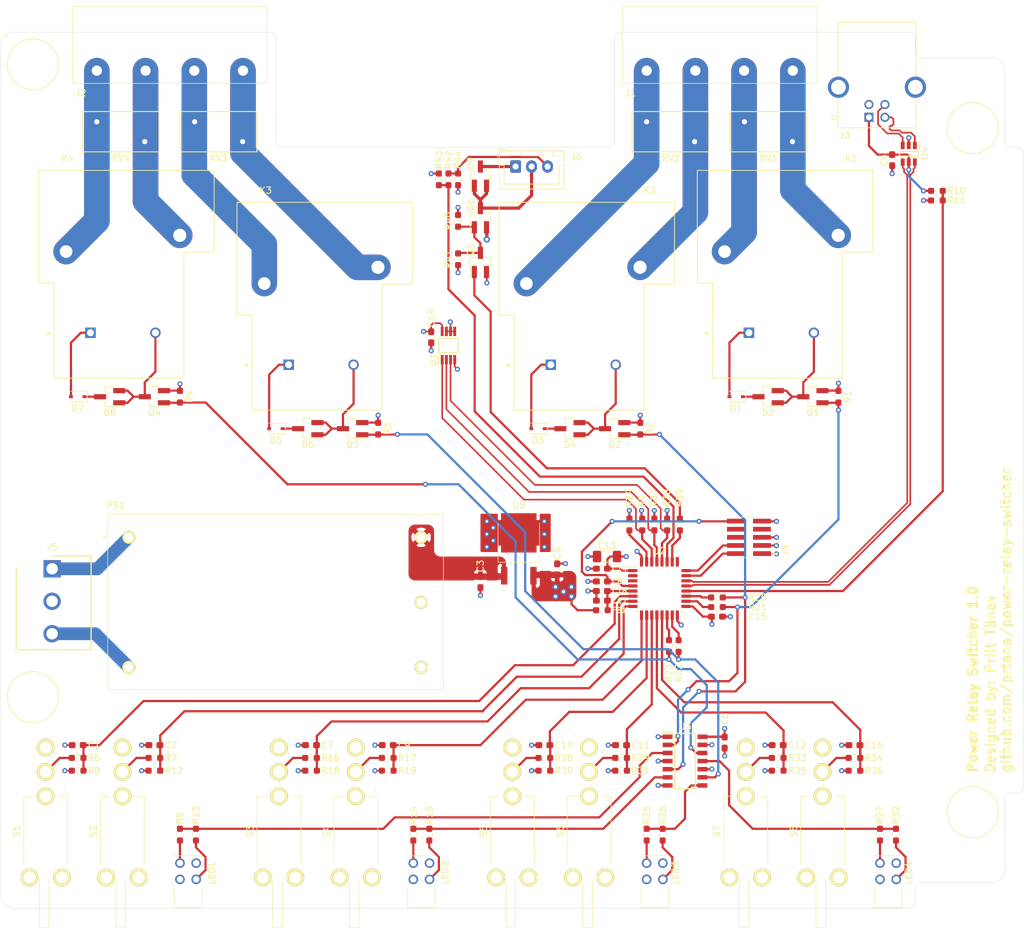
<source format=kicad_pcb>
(kicad_pcb (version 20211014) (generator pcbnew)
  (layers (0 "F.Cu" signal) (1 "In1.Cu" signal "GND") (2 "In2.Cu" signal "PWR") (31 "B.Cu" signal) (34 "B.Paste" user) (35 "F.Paste" user) (36 "B.SilkS" user "B.Silkscreen") (37 "F.SilkS" user "F.Silkscreen") (38 "B.Mask" user) (39 "F.Mask" user) (44 "Edge.Cuts" user))
  (net 0 "")
  (net 1 "Net-(D1-Pad1)")
  (net 2 "Net-(D2-Pad1)")
  (net 3 "Net-(D3-Pad1)")
  (net 4 "Net-(D4-Pad1)")
  (net 5 "Net-(D5-Pad1)")
  (net 6 "Net-(D6-Pad1)")
  (net 7 "Net-(D7-Pad1)")
  (net 8 "Net-(D8-Pad1)")
  (net 9 "Net-(PS1-Pad3)")
  (net 10 "GND")
  (net 11 "+3V3")
  (net 12 "Net-(J3-PadSH1)")
  (net 13 "Net-(J4-Pad8)")
  (net 14 "Net-(J4-Pad7)")
  (net 15 "Net-(J4-Pad6)")
  (net 16 "Net-(R6-Pad2)")
  (net 17 "Net-(R16-Pad2)")
  (net 18 "Net-(R17-Pad2)")
  (net 19 "Net-(R20-Pad1)")
  (net 20 "Net-(R21-Pad1)")
  (net 21 "Net-(R22-Pad1)")
  (net 22 "Net-(R23-Pad1)")
  (net 23 "Net-(R24-Pad1)")
  (net 24 "Net-(U2-Pad25)")
  (net 25 "Net-(U2-Pad3)")
  (net 26 "Net-(U2-Pad2)")
  (net 27 "Net-(S1-PadMH2)")
  (net 28 "Net-(S1-PadMH1)")
  (net 29 "Net-(S1-Pad1)")
  (net 30 "Net-(S2-PadMH2)")
  (net 31 "Net-(S2-PadMH1)")
  (net 32 "Net-(S2-Pad1)")
  (net 33 "Net-(S3-PadMH2)")
  (net 34 "Net-(S3-PadMH1)")
  (net 35 "Net-(S4-PadMH2)")
  (net 36 "Net-(S4-PadMH1)")
  (net 37 "Net-(S5-PadMH2)")
  (net 38 "Net-(S5-PadMH1)")
  (net 39 "Net-(S6-PadMH2)")
  (net 40 "Net-(S6-PadMH1)")
  (net 41 "Net-(S7-PadMH2)")
  (net 42 "Net-(S7-PadMH1)")
  (net 43 "Net-(S8-PadMH2)")
  (net 44 "Net-(S8-PadMH1)")
  (net 45 "Net-(S3-Pad1)")
  (net 46 "Net-(S4-Pad1)")
  (net 47 "Net-(S5-Pad1)")
  (net 48 "Net-(S6-Pad1)")
  (net 49 "Net-(S7-Pad1)")
  (net 50 "Net-(S8-Pad1)")
  (net 51 "Net-(LED1-Pad3)")
  (net 52 "Net-(LED1-Pad2)")
  (net 53 "Net-(LED2-Pad3)")
  (net 54 "Net-(LED2-Pad2)")
  (net 55 "Net-(LED3-Pad3)")
  (net 56 "Net-(LED3-Pad2)")
  (net 57 "Net-(LED4-Pad3)")
  (net 58 "Net-(LED4-Pad2)")
  (net 59 "+12V")
  (net 60 "Net-(J5-Pad2)")
  (net 61 "Net-(Q5-Pad3)")
  (net 62 "Net-(Q5-Pad1)")
  (net 63 "Net-(D9-Pad1)")
  (net 64 "/Front Panel/RELAY1_USB_MAN")
  (net 65 "/Front Panel/RELAY1_IN")
  (net 66 "/MCU/VBUS")
  (net 67 "/Front Panel/RELAY2_USB_MAN")
  (net 68 "/MCU/~{RST}")
  (net 69 "/Front Panel/RELAY2_IN")
  (net 70 "/Front Panel/RELAY3_USB_MAN")
  (net 71 "/Front Panel/RELAY3_IN")
  (net 72 "/Front Panel/RELAY4_USB_MAN")
  (net 73 "/Front Panel/RELAY4_IN")
  (net 74 "/MCU/VDDA")
  (net 75 "/MCU/USB_D-")
  (net 76 "/MCU/USB_D+")
  (net 77 "/MCU/EXT_USB_D+")
  (net 78 "/MCU/EXT_USB_D-")
  (net 79 "/Front Panel/RELAY4_OUT")
  (net 80 "/Front Panel/4Y")
  (net 81 "/Front Panel/RELAY3_OUT")
  (net 82 "/Front Panel/3Y")
  (net 83 "/Front Panel/2Y")
  (net 84 "/Front Panel/RELAY2_OUT")
  (net 85 "/Front Panel/1Y")
  (net 86 "/Front Panel/RELAY1_OUT")
  (net 87 "/Cooling/TEMP_INT")
  (net 88 "/Cooling/SCL")
  (net 89 "/Cooling/SDA")
  (net 90 "/Relays/RELAY2_NO")
  (net 91 "/Relays/RELAY2_COM")
  (net 92 "/Relays/RELAY1_NO")
  (net 93 "/Relays/RELAY1_COM")
  (net 94 "/Relays/RELAY4_NO")
  (net 95 "/Relays/RELAY4_COM")
  (net 96 "/Relays/RELAY3_NO")
  (net 97 "/Relays/RELAY3_COM")
  (net 98 "/MCU/SWDIO")
  (net 99 "/MCU/SWCLK")
  (net 100 "Net-(R7-Pad2)")
  (net 101 "/MCU/VBUS_SENSE")
  (net 102 "Net-(R28-Pad2)")
  (net 103 "Net-(R29-Pad2)")
  (net 104 "Net-(R33-Pad2)")
  (net 105 "Net-(R34-Pad2)")
  (net 106 "/Cooling/FAN_CTRL")
  (net 107 "/Cooling/FAN_TACH")
  (net 108 "/Power/L")
  (net 109 "/Power/N")
  (net 110 "Net-(J6-Pad3)")
  (footprint "FTSH-105-01-F-DV-K:FTSH-105-XX-YYY-DV-K-P" (layer "F.Cu") (at 177 128 90)
    (fp_text reference "J4")
    (fp_text value "FTSH-105-01-F-DV-K-P" hide)
  )
  (footprint "Capacitor_SMD:C_0603_1608Metric_Pad1.08x0.95mm_HandSolder" (layer "F.Cu") (at 154 132.9 180)
    (fp_text reference "C14")
    (fp_text value "100n")
  )
  (footprint "Capacitor_SMD:C_0603_1608Metric_Pad1.08x0.95mm_HandSolder" (layer "F.Cu") (at 154 136.4 180)
    (fp_text reference "C18")
    (fp_text value "100n")
  )
  (footprint "MountingHole:MountingHole_3.2mm_M3_DIN965" (layer "F.Cu") (at 212 64)
    (fp_text reference "H2")
    (fp_text value "MountingHole")
  )
  (footprint "Capacitor_SMD:C_0603_1608Metric_Pad1.08x0.95mm_HandSolder" (layer "F.Cu") (at 154 134.9 180)
    (fp_text reference "C8")
    (fp_text value "100n")
  )
  (footprint "Capacitor_SMD:C_1206_3216Metric_Pad1.33x1.80mm_HandSolder" (layer "F.Cu") (at 154.8 131 180)
    (fp_text reference "C13")
    (fp_text value "10u")
  )
  (footprint "Capacitor_SMD:C_0603_1608Metric_Pad1.08x0.95mm_HandSolder" (layer "F.Cu") (at 172 140.4)
    (fp_text reference "C15")
    (fp_text value "100n")
  )
  (footprint "Capacitor_SMD:C_0603_1608Metric_Pad1.08x0.95mm_HandSolder" (layer "F.Cu") (at 154 137.9 180)
    (fp_text reference "C17")
    (fp_text value "1u")
  )
  (footprint "Resistor_SMD:R_0603_1608Metric_Pad0.98x0.95mm_HandSolder" (layer "F.Cu") (at 154 139.4 180)
    (fp_text reference "FB1")
    (fp_text value "BLM18HE601SN1D")
  )
  (footprint "Resistor_SMD:R_0603_1608Metric_Pad0.98x0.95mm_HandSolder" (layer "F.Cu") (at 158.3 126 90)
    (fp_text reference "R24")
    (fp_text value "10k")
  )
  (footprint "Resistor_SMD:R_0603_1608Metric_Pad0.98x0.95mm_HandSolder" (layer "F.Cu") (at 172 137.4)
    (fp_text reference "R20")
    (fp_text value "100R")
  )
  (footprint "Resistor_SMD:R_0603_1608Metric_Pad0.98x0.95mm_HandSolder" (layer "F.Cu") (at 166 145 -90)
    (fp_text reference "R22")
    (fp_text value "100R")
  )
  (footprint "Resistor_SMD:R_0603_1608Metric_Pad0.98x0.95mm_HandSolder" (layer "F.Cu") (at 172 138.9)
    (fp_text reference "R21")
    (fp_text value "100R")
  )
  (footprint "Resistor_SMD:R_0603_1608Metric_Pad0.98x0.95mm_HandSolder" (layer "F.Cu") (at 206.4 75.3 180)
    (fp_text reference "R11")
    (fp_text value "100k")
  )
  (footprint "MountingHole:MountingHole_3.2mm_M3_DIN965" (layer "F.Cu") (at 65 153)
    (fp_text reference "H3")
    (fp_text value "MountingHole")
  )
  (footprint "MountingHole:MountingHole_3.2mm_M3_DIN965" (layer "F.Cu") (at 212 171)
    (fp_text reference "H4")
    (fp_text value "MountingHole")
  )
  (footprint "Package_QFP:LQFP-32_7x7mm_P0.8mm" (layer "F.Cu") (at 163 136)
    (fp_text reference "U2")
    (fp_text value "STM32L062K8Tx")
  )
  (footprint "Capacitor_SMD:C_0603_1608Metric_Pad1.08x0.95mm_HandSolder" (layer "F.Cu") (at 72 160.5 180)
    (fp_text reference "C1")
    (fp_text value "100n")
  )
  (footprint "Capacitor_SMD:C_0603_1608Metric_Pad1.08x0.95mm_HandSolder" (layer "F.Cu") (at 84 160.5 180)
    (fp_text reference "C2")
    (fp_text value "100n")
  )
  (footprint "Capacitor_SMD:C_0603_1608Metric_Pad1.08x0.95mm_HandSolder" (layer "F.Cu") (at 135 135 -90)
    (fp_text reference "C3")
    (fp_text value "330n")
  )
  (footprint "Capacitor_SMD:C_0603_1608Metric_Pad1.08x0.95mm_HandSolder" (layer "F.Cu") (at 147 133 90)
    (fp_text reference "C5")
    (fp_text value "100n")
  )
  (footprint "Capacitor_SMD:C_0603_1608Metric_Pad1.08x0.95mm_HandSolder" (layer "F.Cu") (at 108.5 160.5 180)
    (fp_text reference "C7")
    (fp_text value "100n")
  )
  (footprint "Capacitor_SMD:C_0603_1608Metric_Pad1.08x0.95mm_HandSolder" (layer "F.Cu") (at 120.5 160.5 180)
    (fp_text reference "C9")
    (fp_text value "100n")
  )
  (footprint "Capacitor_SMD:C_0603_1608Metric_Pad1.08x0.95mm_HandSolder" (layer "F.Cu") (at 145 160.5 180)
    (fp_text reference "C10")
    (fp_text value "100n")
  )
  (footprint "Capacitor_SMD:C_0603_1608Metric_Pad1.08x0.95mm_HandSolder" (layer "F.Cu") (at 157 160.5 180)
    (fp_text reference "C11")
    (fp_text value "100n")
  )
  (footprint "Capacitor_SMD:C_0603_1608Metric_Pad1.08x0.95mm_HandSolder" (layer "F.Cu") (at 181.5 160.5 180)
    (fp_text reference "C12")
    (fp_text value "100n")
  )
  (footprint "Capacitor_SMD:C_0603_1608Metric_Pad1.08x0.95mm_HandSolder" (layer "F.Cu") (at 193.5 160.5 180)
    (fp_text reference "C16")
    (fp_text value "100n")
  )
  (footprint "Capacitor_SMD:C_0603_1608Metric_Pad1.08x0.95mm_HandSolder" (layer "F.Cu") (at 127.3 96.7 -90)
    (fp_text reference "C19")
    (fp_text value "100n")
  )
  (footprint "Diode_SMD:D_SOD-323" (layer "F.Cu") (at 175 106 180)
    (fp_text reference "D1")
    (fp_text value "MM3Z24VST1G")
  )
  (footprint "Package_TO_SOT_SMD:SOT-23_Handsoldering" (layer "F.Cu") (at 180 106 180)
    (fp_text reference "D2")
    (fp_text value "MMBD7000HC")
  )
  (footprint "Diode_SMD:D_SOD-323" (layer "F.Cu") (at 144 111 180)
    (fp_text reference "D3")
    (fp_text value "MM3Z24VST1G")
  )
  (footprint "Package_TO_SOT_SMD:SOT-23_Handsoldering" (layer "F.Cu") (at 149 111 180)
    (fp_text reference "D4")
    (fp_text value "MMBD7000HC")
  )
  (footprint "Diode_SMD:D_SOD-323" (layer "F.Cu") (at 103 111 180)
    (fp_text reference "D5")
    (fp_text value "MM3Z24VST1G")
  )
  (footprint "Package_TO_SOT_SMD:SOT-23_Handsoldering" (layer "F.Cu") (at 108 111 180)
    (fp_text reference "D6")
    (fp_text value "MMBD7000HC")
  )
  (footprint "Diode_SMD:D_SOD-323" (layer "F.Cu") (at 72 106 180)
    (fp_text reference "D7")
    (fp_text value "MM3Z24VST1G")
  )
  (footprint "Package_TO_SOT_SMD:SOT-23_Handsoldering" (layer "F.Cu") (at 77 106 180)
    (fp_text reference "D8")
    (fp_text value "MMBD7000HC")
  )
  (footprint "Package_TO_SOT_SMD:SOT-23_Handsoldering" (layer "F.Cu") (at 135 71.5 90)
    (fp_text reference "D9")
    (fp_text value "MMBD7000HC")
  )
  (footprint "74LVC125AD,118:SOIC127P600X175-14N" (layer "F.Cu") (at 167 163)
    (fp_text reference "U3")
    (fp_text value "74LVC125AD,118" hide)
  )
  (footprint "STCN75:SOP65P490X110-8N" (layer "F.Cu") (at 130 98 90)
    (fp_text reference "U1")
    (fp_text value "STCN75" hide)
  )
  (footprint "UA78M33CKVURG3:TPS7A6533QKVURQ1" (layer "F.Cu") (at 141 134 90)
    (fp_text reference "U5")
    (fp_text value "UA78M33CKVURG3" hide)
  )
  (footprint "691313410004:691313410004" (layer "F.Cu") (at 75 55)
    (fp_text reference "J2")
    (fp_text value "691313410004" hide)
  )
  (footprint "10-32-1031:SHDR3W114P0X508_1X3_1416X1140X1425P" (layer "F.Cu") (at 68 132.92 -90)
    (fp_text reference "J5")
    (fp_text value "10-32-1031" hide)
  )
  (footprint "Connector_JST:JST_XH_B3B-XH-A_1x03_P2.50mm_Vertical" (layer "F.Cu") (at 140.5 70)
    (fp_text reference "J6")
    (fp_text value "B3B-XH-A")
  )
  (footprint "T9AS1D12-12:TE_1-1393210-3" (layer "F.Cu") (at 146 101)
    (fp_text reference "K2")
    (fp_text value "1-1393210-3")
  )
  (footprint "T9AS1D12-12:TE_1-1393210-3" (layer "F.Cu") (at 105 101)
    (fp_text reference "K3")
    (fp_text value "1-1393210-3")
  )
  (footprint "T9AS1D12-12:TE_1-1393210-3" (layer "F.Cu") (at 74 96)
    (fp_text reference "K4")
    (fp_text value "1-1393210-3")
  )
  (footprint "553-0122:5530122F" (layer "F.Cu") (at 161 181.5)
    (fp_text reference "LED3")
    (fp_text value "553-0122F" hide)
  )
  (footprint "RAC10-12SK_277:RAC10-12SK_277" (layer "F.Cu") (at 80 128)
    (fp_text reference "PS1")
    (fp_text value "RAC10-12SK_277" hide)
  )
  (footprint "Package_TO_SOT_SMD:SOT-23_Handsoldering" (layer "F.Cu") (at 187 106 180)
    (fp_text reference "Q1")
    (fp_text value "PMV37ENEA")
  )
  (footprint "Package_TO_SOT_SMD:SOT-23_Handsoldering" (layer "F.Cu") (at 156 111 180)
    (fp_text reference "Q2")
    (fp_text value "PMV37ENEA")
  )
  (footprint "Package_TO_SOT_SMD:SOT-23_Handsoldering" (layer "F.Cu") (at 115 111 180)
    (fp_text reference "Q3")
    (fp_text value "PMV37ENEA")
  )
  (footprint "Package_TO_SOT_SMD:SOT-23_Handsoldering" (layer "F.Cu") (at 84 106 180)
    (fp_text reference "Q4")
    (fp_text value "PMV37ENEA")
  )
  (footprint "Package_TO_SOT_SMD:SOT-23_Handsoldering" (layer "F.Cu") (at 135 85 90)
    (fp_text reference "Q5")
    (fp_text value "BC848")
  )
  (footprint "Package_TO_SOT_SMD:SOT-23_Handsoldering" (layer "F.Cu") (at 135 78 90)
    (fp_text reference "Q6")
    (fp_text value "PMV37ENEA")
  )
  (footprint "Resistor_SMD:R_0603_1608Metric_Pad0.98x0.95mm_HandSolder" (layer "F.Cu") (at 191 106 90)
    (fp_text reference "R1")
    (fp_text value "100k")
  )
  (footprint "Resistor_SMD:R_0603_1608Metric_Pad0.98x0.95mm_HandSolder" (layer "F.Cu") (at 160 111 90)
    (fp_text reference "R2")
    (fp_text value "100k")
  )
  (footprint "Resistor_SMD:R_0603_1608Metric_Pad0.98x0.95mm_HandSolder" (layer "F.Cu") (at 119 111 90)
    (fp_text reference "R3")
    (fp_text value "100k")
  )
  (footprint "Resistor_SMD:R_0603_1608Metric_Pad0.98x0.95mm_HandSolder" (layer "F.Cu") (at 88 106 90)
    (fp_text reference "R4")
    (fp_text value "100k")
  )
  (footprint "Resistor_SMD:R_0603_1608Metric_Pad0.98x0.95mm_HandSolder" (layer "F.Cu") (at 88 174.5 90)
    (fp_text reference "R5")
    (fp_text value "220R")
  )
  (footprint "Resistor_SMD:R_0603_1608Metric_Pad0.98x0.95mm_HandSolder" (layer "F.Cu") (at 72 162.5 180)
    (fp_text reference "R6")
    (fp_text value "1k")
  )
  (footprint "Resistor_SMD:R_0603_1608Metric_Pad0.98x0.95mm_HandSolder" (layer "F.Cu") (at 84 162.5 180)
    (fp_text reference "R7")
    (fp_text value "1k")
  )
  (footprint "Resistor_SMD:R_0603_1608Metric_Pad0.98x0.95mm_HandSolder" (layer "F.Cu") (at 72 164.5)
    (fp_text reference "R8")
    (fp_text value "10k")
  )
  (footprint "Resistor_SMD:R_0603_1608Metric_Pad0.98x0.95mm_HandSolder" (layer "F.Cu") (at 160.3 126 -90)
    (fp_text reference "R9")
    (fp_text value "10k")
  )
  (footprint "Resistor_SMD:R_0603_1608Metric_Pad0.98x0.95mm_HandSolder" (layer "F.Cu") (at 84 164.5)
    (fp_text reference "R12")
    (fp_text value "10k")
  )
  (footprint "Resistor_SMD:R_0603_1608Metric_Pad0.98x0.95mm_HandSolder" (layer "F.Cu") (at 90.5 174.5 90)
    (fp_text reference "R13")
    (fp_text value "220R")
  )
  (footprint "Resistor_SMD:R_0603_1608Metric_Pad0.98x0.95mm_HandSolder" (layer "F.Cu") (at 108.5 162.5 180)
    (fp_text reference "R16")
    (fp_text value "1k")
  )
  (footprint "Resistor_SMD:R_0603_1608Metric_Pad0.98x0.95mm_HandSolder" (layer "F.Cu") (at 120.5 162.5 180)
    (fp_text reference "R17")
    (fp_text value "1k")
  )
  (footprint "Resistor_SMD:R_0603_1608Metric_Pad0.98x0.95mm_HandSolder" (layer "F.Cu") (at 108.5 164.5)
    (fp_text reference "R18")
    (fp_text value "10k")
  )
  (footprint "Resistor_SMD:R_0603_1608Metric_Pad0.98x0.95mm_HandSolder" (layer "F.Cu") (at 120.5 164.5)
    (fp_text reference "R19")
    (fp_text value "10k")
  )
  (footprint "Resistor_SMD:R_0603_1608Metric_Pad0.98x0.95mm_HandSolder" (layer "F.Cu") (at 161 174.5 90)
    (fp_text reference "R25")
    (fp_text value "220R")
  )
  (footprint "Resistor_SMD:R_0603_1608Metric_Pad0.98x0.95mm_HandSolder" (layer "F.Cu") (at 163.5 174.5 -90)
    (fp_text reference "R26")
    (fp_text value "220R")
  )
  (footprint "Resistor_SMD:R_0603_1608Metric_Pad0.98x0.95mm_HandSolder" (layer "F.Cu") (at 197.5 174.5 90)
    (fp_text reference "R27")
    (fp_text value "220R")
  )
  (footprint "Resistor_SMD:R_0603_1608Metric_Pad0.98x0.95mm_HandSolder" (layer "F.Cu") (at 145 162.5 180)
    (fp_text reference "R28")
    (fp_text value "1k")
  )
  (footprint "Resistor_SMD:R_0603_1608Metric_Pad0.98x0.95mm_HandSolder" (layer "F.Cu") (at 157 162.5 180)
    (fp_text reference "R29")
    (fp_text value "1k")
  )
  (footprint "Resistor_SMD:R_0603_1608Metric_Pad0.98x0.95mm_HandSolder" (layer "F.Cu") (at 145 164.5)
    (fp_text reference "R30")
    (fp_text value "10k")
  )
  (footprint "Resistor_SMD:R_0603_1608Metric_Pad0.98x0.95mm_HandSolder" (layer "F.Cu") (at 157 164.5)
    (fp_text reference "R31")
    (fp_text value "10k")
  )
  (footprint "Resistor_SMD:R_0603_1608Metric_Pad0.98x0.95mm_HandSolder" (layer "F.Cu") (at 200 174.5 -90)
    (fp_text reference "R32")
    (fp_text value "220R")
  )
  (footprint "Resistor_SMD:R_0603_1608Metric_Pad0.98x0.95mm_HandSolder" (layer "F.Cu") (at 193.5 162.5 180)
    (fp_text reference "R34")
    (fp_text value "1k")
  )
  (footprint "Resistor_SMD:R_0603_1608Metric_Pad0.98x0.95mm_HandSolder" (layer "F.Cu") (at 193.5 164.5)
    (fp_text reference "R36")
    (fp_text value "10k")
  )
  (footprint "Resistor_SMD:R_0603_1608Metric_Pad0.98x0.95mm_HandSolder" (layer "F.Cu") (at 166.2 126 -90)
    (fp_text reference "R39")
    (fp_text value "10k")
  )
  (footprint "Resistor_SMD:R_0603_1608Metric_Pad0.98x0.95mm_HandSolder" (layer "F.Cu") (at 131.5 78.5 -90)
    (fp_text reference "R40")
    (fp_text value "1k")
  )
  (footprint "Resistor_SMD:R_0603_1608Metric_Pad0.98x0.95mm_HandSolder" (layer "F.Cu") (at 131.5 84.5 -90)
    (fp_text reference "R41")
    (fp_text value "10k")
  )
  (footprint "Resistor_SMD:R_0603_1608Metric_Pad0.98x0.95mm_HandSolder" (layer "F.Cu") (at 130 72 -90)
    (fp_text reference "R42")
    (fp_text value "R")
  )
  (footprint "100SP1T2B4M7RE:100SP1T2B4M7RE" (layer "F.Cu") (at 67 168.5 90)
    (fp_text reference "S1")
    (fp_text value "100SP1T2B4M7RE" hide)
  )
  (footprint "100SP1T2B4M7RE:100SP1T2B4M7RE" (layer "F.Cu") (at 103.5 168.5 90)
    (fp_text reference "S3")
    (fp_text value "100SP1T2B4M7RE" hide)
  )
  (footprint "100SP1T2B4M7RE:100SP1T2B4M7RE" (layer "F.Cu") (at 115.5 168.5 90)
    (fp_text reference "S4")
    (fp_text value "100SP1T2B4M7RE" hide)
  )
  (footprint "100SP1T2B4M7RE:100SP1T2B4M7RE" (layer "F.Cu") (at 140 168.5 90)
    (fp_text reference "S5")
    (fp_text value "100SP1T2B4M7RE" hide)
  )
  (footprint "100SP1T2B4M7RE:100SP1T2B4M7RE" (layer "F.Cu") (at 152 168.5 90)
    (fp_text reference "S6")
    (fp_text value "100SP1T2B4M7RE" hide)
  )
  (footprint "100SP1T2B4M7RE:100SP1T2B4M7RE" (layer "F.Cu") (at 188.5 168.5 90)
    (fp_text reference "S8")
    (fp_text value "100SP1T2B4M7RE" hide)
  )
  (footprint "100SP1T2B4M7RE:100SP1T2B4M7RE" (layer "F.Cu") (at 79 168.5 90)
    (fp_text reference "S2")
    (fp_text value "100SP1T2B4M7RE" hide)
  )
  (footprint "Resistor_SMD:R_0603_1608Metric_Pad0.98x0.95mm_HandSolder" (layer "F.Cu") (at 181.5 162.5 180)
    (fp_text reference "R33")
    (fp_text value "1k")
  )
  (footprint "Resistor_SMD:R_0603_1608Metric_Pad0.98x0.95mm_HandSolder" (layer "F.Cu") (at 181.5 164.5)
    (fp_text reference "R35")
    (fp_text value "10k")
  )
  (footprint "Resistor_SMD:R_0603_1608Metric_Pad0.98x0.95mm_HandSolder" (layer "F.Cu") (at 164.5 145 -90)
    (fp_text reference "R23")
    (fp_text value "100R")
  )
  (footprint "Resistor_SMD:R_0603_1608Metric_Pad0.98x0.95mm_HandSolder" (layer "F.Cu") (at 164.2 126 -90)
    (fp_text reference "R38")
    (fp_text value "10k")
  )
  (footprint "Resistor_SMD:R_0603_1608Metric_Pad0.98x0.95mm_HandSolder" (layer "F.Cu") (at 162.2 126 -90)
    (fp_text reference "R37")
    (fp_text value "10k")
  )
  (footprint "100SP1T2B4M7RE:100SP1T2B4M7RE" (layer "F.Cu") (at 176.5 168.5 90)
    (fp_text reference "S7")
    (fp_text value "100SP1T2B4M7RE" hide)
  )
  (footprint "Resistor_SMD:R_0603_1608Metric_Pad0.98x0.95mm_HandSolder" (layer "F.Cu") (at 128.5 72 90)
    (fp_text reference "R43")
    (fp_text value "R")
  )
  (footprint "Capacitor_SMD:C_0603_1608Metric_Pad1.08x0.95mm_HandSolder" (layer "F.Cu") (at 173.2 160.1 -90)
    (fp_text reference "C6")
    (fp_text value "100n")
  )
  (footprint "553-0122:5530122F" (layer "F.Cu") (at 88 181.5)
    (fp_text reference "LED1")
    (fp_text value "553-0122F" hide)
  )
  (footprint "MountingHole:MountingHole_3.2mm_M3_DIN965" (layer "F.Cu") (at 65 54)
    (fp_text reference "H1")
    (fp_text value "MountingHole")
  )
  (footprint "Resistor_SMD:R_0603_1608Metric_Pad0.98x0.95mm_HandSolder" (layer "F.Cu") (at 206.4 73.8)
    (fp_text reference "R10")
    (fp_text value "100k")
  )
  (footprint "691313410004:691313410004" (layer "F.Cu") (at 161 55)
    (fp_text reference "J1")
    (fp_text value "691313410004" hide)
  )
  (footprint "553-0122:5530122F" (layer "F.Cu") (at 197.5 181.5)
    (fp_text reference "LED4")
    (fp_text value "553-0122F" hide)
  )
  (footprint "553-0122:5530122F" (layer "F.Cu") (at 124.5 181.5)
    (fp_text reference "LED2")
    (fp_text value "553-0122F" hide)
  )
  (footprint "Resistor_SMD:R_0603_1608Metric_Pad0.98x0.95mm_HandSolder" (layer "F.Cu") (at 124.5 174.5 90)
    (fp_text reference "R14")
    (fp_text value "220R")
  )
  (footprint "Resistor_SMD:R_0603_1608Metric_Pad0.98x0.95mm_HandSolder" (layer "F.Cu") (at 127 174.5 90)
    (fp_text reference "R15")
    (fp_text value "220R")
  )
  (footprint "T9AS1D12-12:TE_1-1393210-3" (layer "F.Cu") (at 177 96)
    (fp_text reference "K1")
    (fp_text value "1-1393210-3")
  )
  (footprint "Capacitor_SMD:C_0603_1608Metric_Pad1.08x0.95mm_HandSolder" (layer "F.Cu") (at 199.4 69 -90)
    (fp_text reference "C4")
    (fp_text value "100n")
  )
  (footprint "USBLC6-4SC6:SOT95P280X145-6N" (layer "F.Cu") (at 202 68 -90)
    (fp_text reference "U4")
    (fp_text value "USBLC6-2SC6" hide)
  )
  (footprint "UJ2-BH-2-TH:CUI_UJ2-BH-2-TH" (layer "F.Cu") (at 195.77 62.3 180)
    (fp_text reference "J3")
    (fp_text value "UJ2-BH-2-TH")
  )
  (footprint "Resistor_SMD:R_0603_1608Metric_Pad0.98x0.95mm_HandSolder" (layer "F.Cu") (at 131.5 72 90)
    (fp_text reference "R44")
    (fp_text value "10k")
  )
  (footprint "Varistor:RV_Disc_D12mm_W6.3mm_P7.5mm" (layer "F.Cu") (at 176.3 63)
    (fp_text reference "RV1")
    (fp_text value "ERZE11A431")
  )
  (footprint "Varistor:RV_Disc_D12mm_W6.3mm_P7.5mm" (layer "F.Cu") (at 161 63)
    (fp_text reference "RV2")
    (fp_text value "ERZE11A431")
  )
  (footprint "Varistor:RV_Disc_D12mm_W6.3mm_P7.5mm" (layer "F.Cu") (at 90.3 63)
    (fp_text reference "RV3")
    (fp_text value "ERZE11A431")
  )
  (footprint "Varistor:RV_Disc_D12mm_W6.3mm_P7.5mm" (layer "F.Cu") (at 75 63)
    (fp_text reference "RV4")
    (fp_text value "ERZE11A431")
  )
  (gr_circle (center 65 54) (end 69 54) (layer "F.SilkS") (width 0.12) (fill none))
  (gr_circle (center 212 64) (end 216 64) (layer "F.SilkS") (width 0.12) (fill none))
  (gr_circle (center 65 153) (end 61 153) (layer "F.SilkS") (width 0.12) (fill none))
  (gr_circle (center 212 171) (end 216 171) (layer "F.SilkS") (width 0.12) (fill none))
  (gr_line (start 156 50) (end 156 66) (layer "Edge.Cuts") (width 0.05))
  (gr_line (start 103 66) (end 103 50) (layer "Edge.Cuts") (width 0.05))
  (gr_line (start 60 56) (end 60 184) (layer "Edge.Cuts") (width 0.05))
  (gr_line (start 60 51) (end 60 56) (layer "Edge.Cuts") (width 0.05))
  (gr_arc (start 156 50) (mid 156.292893 49.292893) (end 157 49) (layer "Edge.Cuts") (width 0.05))
  (gr_line (start 62 186) (end 201 186) (layer "Edge.Cuts") (width 0.05))
  (gr_line (start 201 186) (end 202 186) (layer "Edge.Cuts") (width 0.05))
  (gr_line (start 218 67) (end 219 67) (layer "Edge.Cuts") (width 0.05))
  (gr_line (start 220 68) (end 220 167) (layer "Edge.Cuts") (width 0.05))
  (gr_line (start 217 66) (end 217 55) (layer "Edge.Cuts") (width 0.05))
  (gr_line (start 62 49) (end 102 49) (layer "Edge.Cuts") (width 0.05))
  (gr_line (start 155 67) (end 104 67) (layer "Edge.Cuts") (width 0.05))
  (gr_arc (start 204 53) (mid 203.292893 52.707107) (end 203 52) (layer "Edge.Cuts") (width 0.05))
  (gr_arc (start 202 49) (mid 202.707107 49.292893) (end 203 50) (layer "Edge.Cuts") (width 0.05))
  (gr_line (start 157 49) (end 202 49) (layer "Edge.Cuts") (width 0.05))
  (gr_line (start 203 52) (end 203 50) (layer "Edge.Cuts") (width 0.05))
  (gr_line (start 215 53) (end 204 53) (layer "Edge.Cuts") (width 0.05))
  (gr_arc (start 217 180) (mid 216.414214 181.414214) (end 215 182) (layer "Edge.Cuts") (width 0.05))
  (gr_line (start 217 169) (end 217 180) (layer "Edge.Cuts") (width 0.05))
  (gr_line (start 203 185) (end 203 183) (layer "Edge.Cuts") (width 0.05))
  (gr_arc (start 217 169) (mid 217.292893 168.292893) (end 218 168) (layer "Edge.Cuts") (width 0.05))
  (gr_arc (start 203 183) (mid 203.292893 182.292893) (end 204 182) (layer "Edge.Cuts") (width 0.05))
  (gr_line (start 215 182) (end 204 182) (layer "Edge.Cuts") (width 0.05))
  (gr_line (start 218 168) (end 219 168) (layer "Edge.Cuts") (width 0.05))
  (gr_arc (start 220 167) (mid 219.707107 167.707107) (end 219 168) (layer "Edge.Cuts") (width 0.05))
  (gr_arc (start 215 53) (mid 216.414214 53.585786) (end 217 55) (layer "Edge.Cuts") (width 0.05))
  (gr_arc (start 218 67) (mid 217.292893 66.707107) (end 217 66) (layer "Edge.Cuts") (width 0.05))
  (gr_arc (start 104 67) (mid 103.292893 66.707107) (end 103 66) (layer "Edge.Cuts") (width 0.05))
  (gr_arc (start 60 51) (mid 60.585786 49.585786) (end 62 49) (layer "Edge.Cuts") (width 0.05))
  (gr_arc (start 62 186) (mid 60.585786 185.414214) (end 60 184) (layer "Edge.Cuts") (width 0.05))
  (gr_arc (start 203 185) (mid 202.707107 185.707107) (end 202 186) (layer "Edge.Cuts") (width 0.05))
  (gr_arc (start 219 67) (mid 219.707107 67.292893) (end 220 68) (layer "Edge.Cuts") (width 0.05))
  (gr_arc (start 102 49) (mid 102.707107 49.292893) (end 103 50) (layer "Edge.Cuts") (width 0.05))
  (gr_arc (start 156 66) (mid 155.707107 66.707107) (end 155 67) (layer "Edge.Cuts") (width 0.05))
  (gr_text "Designed by: Priit Tänav\ngithub.com/prtana/power-relay-switcher" (at 216 165 90) (layer "F.SilkS") (effects (font (size 1.5 1.5) (thickness 0.3)) (justify left)))
  (gr_text "Power Relay Switcher 1.0" (at 212 165 90) (layer "F.SilkS") (effects (font (size 1.5 1.5) (thickness 0.375)) (justify left)))
  (segment (start 176.05 106) (end 178.5 106) (width 0.35) (layer "F.Cu") (net 1))
  (segment (start 182.8 105.05) (end 183.75 106) (width 0.35) (layer "F.Cu") (net 2))
  (segment (start 187.16 102.09) (end 185.5 103.75) (width 0.35) (layer "F.Cu") (net 2))
  (segment (start 187.16 96) (end 187.16 102.09) (width 0.35) (layer "F.Cu") (net 2))
  (segment (start 181.5 106.95) (end 182.8 106.95) (width 0.35) (layer "F.Cu") (net 2))
  (segment (start 183.75 106) (end 185.5 106) (width 0.35) (layer "F.Cu") (net 2))
  (segment (start 185.5 103.75) (end 185.5 106) (width 0.35) (layer "F.Cu") (net 2))
  (segment (start 181.5 105.05) (end 182.8 105.05) (width 0.35) (layer "F.Cu") (net 2))
  (segment (start 182.8 106.95) (end 183.75 106) (width 0.35) (layer "F.Cu") (net 2))
  (segment (start 145.05 111) (end 147.5 111) (width 0.35) (layer "F.Cu") (net 3))
  (segment (start 150.5 110.05) (end 151.8 110.05) (width 0.35) (layer "F.Cu") (net 4))
  (segment (start 151.8 110.05) (end 152.75 111) (width 0.35) (layer "F.Cu") (net 4))
  (segment (start 154.5 108.75) (end 154.5 111) (width 0.35) (layer "F.Cu") (net 4))
  (segment (start 151.8 111.95) (end 152.75 111) (width 0.35) (layer "F.Cu") (net 4))
  (segment (start 152.75 111) (end 154.5 111) (width 0.35) (layer "F.Cu") (net 4))
  (segment (start 156.16 107.09) (end 154.5 108.75) (width 0.35) (layer "F.Cu") (net 4))
  (segment (start 156.16 101) (end 156.16 107.09) (width 0.35) (layer "F.Cu") (net 4))
  (segment (start 150.5 111.95) (end 151.8 111.95) (width 0.35) (layer "F.Cu") (net 4))
  (segment (start 104.05 111) (end 106.5 111) (width 0.35) (layer "F.Cu") (net 5))
  (segment (start 109.5 110.05) (end 110.8 110.05) (width 0.35) (layer "F.Cu") (net 6))
  (segment (start 110.8 110.05) (end 111.75 111) (width 0.35) (layer "F.Cu") (net 6))
  (segment (start 109.5 111.95) (end 110.8 111.95) (width 0.35) (layer "F.Cu") (net 6))
  (segment (start 115.16 101) (end 115.16 107.09) (width 0.35) (layer "F.Cu") (net 6))
  (segment (start 111.75 111) (end 113.5 111) (width 0.35) (layer "F.Cu") (net 6))
  (segment (start 115.16 107.09) (end 113.5 108.75) (width 0.35) (layer "F.Cu") (net 6))
  (segment (start 113.5 108.75) (end 113.5 111) (width 0.35) (layer "F.Cu") (net 6))
  (segment (start 110.8 111.95) (end 111.75 111) (width 0.35) (layer "F.Cu") (net 6))
  (segment (start 73.05 106) (end 75.5 106) (width 0.35) (layer "F.Cu") (net 7))
  (segment (start 84.16 102.09) (end 82.5 103.75) (width 0.35) (layer "F.Cu") (net 8))
  (segment (start 84.16 96) (end 84.16 102.09) (width 0.35) (layer "F.Cu") (net 8))
  (segment (start 80.75 106) (end 82.5 106) (width 0.35) (layer "F.Cu") (net 8))
  (segment (start 79.8 105.05) (end 80.75 106) (width 0.35) (layer "F.Cu") (net 8))
  (segment (start 82.5 103.75) (end 82.5 106) (width 0.35) (layer "F.Cu") (net 8))
  (segment (start 79.8 106.95) (end 80.75 106) (width 0.35) (layer "F.Cu") (net 8))
  (segment (start 78.5 106.95) (end 79.8 106.95) (width 0.35) (layer "F.Cu") (net 8))
  (segment (start 78.5 105.05) (end 79.8 105.05) (width 0.35) (layer "F.Cu") (net 8))
  (segment (start 136 81.1) (end 136 81.1) (width 0.25) (layer "F.Cu") (net 10))
  (segment (start 173.2 160.9625) (end 173.2 162.2) (width 0.35) (layer "F.Cu") (net 10))
  (segment (start 199.4 69.8625) (end 199.4 71.1) (width 0.35) (layer "F.Cu") (net 10))
  (segment (start 202 65.508148) (end 202.004074 65.504074) (width 0.35) (layer "F.Cu") (net 10))
  (segment (start 202 66.7) (end 202 65.508148) (width 0.35) (layer "F.Cu") (net 10))
  (segment (start 130.975 95.788) (end 130.325 95.788) (width 0.25) (layer "F.Cu") (net 10))
  (segment (start 87.9625 105.05) (end 88 105.0875) (width 0.25) (layer "F.Cu") (net 10))
  (segment (start 136 81.1) (end 136 81.400028) (width 0.25) (layer "F.Cu") (net 10))
  (segment (start 135.95 81.05) (end 136 81.1) (width 0.25) (layer "F.Cu") (net 10))
  (segment (start 131.5 85.4125) (end 131.5 86.6) (width 0.35) (layer "F.Cu") (net 10))
  (segment (start 165.8 141.1) (end 166.4 141.7) (width 0.35) (layer "F.Cu") (net 10))
  (segment (start 130.975 100.212) (end 130.975 101.275) (width 0.25) (layer "F.Cu") (net 10))
  (segment (start 119.6375 160.5) (end 118.5 160.5) (width 0.25) (layer "F.Cu") (net 10))
  (segment (start 159.9625 110.05) (end 160 110.0875) (width 0.35) (layer "F.Cu") (net 10))
  (segment (start 135.95 88.15) (end 136 88.2) (width 0.25) (layer "F.Cu") (net 10))
  (segment (start 136 79.55) (end 136 81.400028) (width 0.5) (layer "F.Cu") (net 10))
  (segment (start 85.5 105.05) (end 87.9625 105.05) (width 0.35) (layer "F.Cu") (net 10))
  (segment (start 181.26 125.46) (end 181.3 125.5) (width 0.35) (layer "F.Cu") (net 10))
  (segment (start 153.2375 131) (end 151.8 131) (width 0.35) (layer "F.Cu") (net 10))
  (segment (start 136 79.55) (end 135.95 79.5) (width 0.25) (layer "F.Cu") (net 10))
  (segment (start 205.4875 75.3) (end 204.3 75.3) (width 0.35) (layer "F.Cu") (net 10))
  (segment (start 180.6375 160.5) (end 179.5 160.5) (width 0.35) (layer "F.Cu") (net 10))
  (segment (start 157.5 110.05) (end 159.9625 110.05) (width 0.35) (layer "F.Cu") (net 10))
  (segment (start 171.18 164.27) (end 171.2 164.25) (width 0.35) (layer "F.Cu") (net 10))
  (segment (start 179.035 128) (end 181.3 128) (width 0.35) (layer "F.Cu") (net 10))
  (segment (start 153.1375 136.4) (end 153.1375 137.9) (width 0.35) (layer "F.Cu") (net 10))
  (segment (start 169.725 160.46) (end 171.19 160.46) (width 0.25) (layer "F.Cu") (net 10))
  (segment (start 171.19 160.46) (end 171.2 160.45) (width 0.25) (layer "F.Cu") (net 10))
  (segment (start 147.0375 132.1) (end 147 132.1375) (width 0.35) (layer "F.Cu") (net 10))
  (segment (start 190.9625 105.05) (end 191 105.0875) (width 0.35) (layer "F.Cu") (net 10))
  (segment (start 136 88.2) (end 136 86.55) (width 0.25) (layer "F.Cu") (net 10))
  (segment (start 136 86.55) (end 135.95 86.5) (width 0.25) (layer "F.Cu") (net 10))
  (segment (start 144.1375 160.5) (end 143 160.5) (width 0.35) (layer "F.Cu") (net 10))
  (segment (start 162.81 166.81) (end 162.8 166.8) (width 0.35) (layer "F.Cu") (net 10))
  (segment (start 88 105.0875) (end 88 104) (width 0.35) (layer "F.Cu") (net 10))
  (segment (start 164.275 166.81) (end 162.81 166.81) (width 0.35) (layer "F.Cu") (net 10))
  (segment (start 160.2 131.825) (end 160.2 130.9) (width 0.35) (layer "F.Cu") (net 10))
  (segment (start 192.6375 160.5) (end 191.5 160.5) (width 0.35) (layer "F.Cu") (net 10))
  (segment (start 153.1375 132.9) (end 151.8 132.9) (width 0.35) (layer "F.Cu") (net 10))
  (segment (start 169.725 164.27) (end 171.18 164.27) (width 0.35) (layer "F.Cu") (net 10))
  (segment (start 107.6375 160.5) (end 106.5 160.5) (width 0.35) (layer "F.Cu") (net 10))
  (segment (start 158.3 125.0875) (end 158.3 123.8) (width 0.35) (layer "F.Cu") (net 10))
  (segment (start 71.1375 160.5) (end 70 160.5) (width 0.25) (layer "F.Cu") (net 10))
  (segment (start 179.075 125.5) (end 179.035 125.46) (width 0.35) (layer "F.Cu") (net 10))
  (segment (start 174.1 140.4) (end 172.8625 140.4) (width 0.35) (layer "F.Cu") (net 10))
  (segment (start 191 105.0875) (end 191 103.9) (width 0.35) (layer "F.Cu") (net 10))
  (segment (start 181.27 129.27) (end 181.3 129.3) (width 0.35) (layer "F.Cu") (net 10))
  (segment (start 164.275 163) (end 162.8 163) (width 0.35) (layer "F.Cu") (net 10))
  (segment (start 164.275 159.19) (end 162.81 159.19) (width 0.35) (layer "F.Cu") (net 10))
  (segment (start 153.1375 134.9) (end 151.8 134.9) (width 0.35) (layer "F.Cu") (net 10))
  (segment (start 127.3125 71.0875) (end 127.3 71.1) (width 0.25) (layer "F.Cu") (net 10))
  (segment (start 160.2 130.9) (end 159.5 130.2) (width 0.35) (layer "F.Cu") (net 10))
  (segment (start 119 110.0875) (end 119 108.9) (width 0.35) (layer "F.Cu") (net 10))
  (segment (start 130.975 101.275) (end 131.4 101.7) (width 0.25) (layer "F.Cu") (net 10))
  (segment (start 156.1375 160.5) (end 155 160.5) (width 0.35) (layer "F.Cu") (net 10))
  (segment (start 179.035 129.27) (end 181.27 129.27) (width 0.35) (layer "F.Cu") (net 10))
  (segment (start 160 110.0875) (end 160 108.9) (width 0.35) (layer "F.Cu") (net 10))
  (segment (start 165.8 140.175) (end 165.8 141.1) (width 0.35) (layer "F.Cu") (net 10))
  (segment (start 127.3 97.5625) (end 127.3 98.8) (width 0.35) (layer "F.Cu") (net 10))
  (segment (start 135 135.8625) (end 135 137.1) (width 0.35) (layer "F.Cu") (net 10))
  (segment (start 153.1375 136.4) (end 151.8 136.4) (width 0.35) (layer "F.Cu") (net 10))
  (segment (start 130.325 94.325) (end 130.3 94.3) (width 0.25) (layer "F.Cu") (net 10))
  (segment (start 148.2625 132.1375) (end 148.3 132.1) (width 0.35) (layer "F.Cu") (net 10))
  (segment (start 118.9625 110.05) (end 119 110.0875) (width 0.35) (layer "F.Cu") (net 10))
  (segment (start 83.1375 160.5) (end 82 160.5) (width 0.35) (layer "F.Cu") (net 10))
  (segment (start 128.5 71.0875) (end 127.3125 71.0875) (width 0.35) (layer "F.Cu") (net 10))
  (segment (start 162.81 159.19) (end 162.8 159.2) (width 0.35) (layer "F.Cu") (net 10))
  (segment (start 188.5 105.05) (end 190.9625 105.05) (width 0.35) (layer "F.Cu") (net 10))
  (segment (start 130.325 95.788) (end 130.325 94.325) (width 0.25) (layer "F.Cu") (net 10))
  (segment (start 181.3 125.5) (end 179.075 125.5) (width 0.35) (layer "F.Cu") (net 10))
  (segment (start 129.675 95.788) (end 130.325 95.788) (width 0.25) (layer "F.Cu") (net 10))
  (segment (start 148.3 132.1) (end 147.0375 132.1) (width 0.35) (layer "F.Cu") (net 10))
  (segment (start 116.5 110.05) (end 118.9625 110.05) (width 0.35) (layer "F.Cu") (net 10))
  (via (at 173.2 162.2) (size 0.8) (drill 0.4) (layers "F.Cu" "B.Cu") (net 10))
  (via (at 202.004074 65.504074) (size 0.8) (drill 0.4) (layers "F.Cu" "B.Cu") (net 10))
  (via (at 199.4 71.1) (size 0.8) (drill 0.4) (layers "F.Cu" "B.Cu") (net 10))
  (via (at 151.8 136.4) (size 0.8) (drill 0.4) (layers "F.Cu" "B.Cu") (net 10))
  (via (at 130.3 94.3) (size 0.8) (drill 0.4) (layers "F.Cu" "B.Cu") (net 10))
  (via (at 143 160.5) (size 0.8) (drill 0.4) (layers "F.Cu" "B.Cu") (net 10))
  (via (at 181.3 128) (size 0.8) (drill 0.4) (layers "F.Cu" "B.Cu") (net 10))
  (via (at 181.3 125.5) (size 0.8) (drill 0.4) (layers "F.Cu" "B.Cu") (net 10))
  (via (at 137 128.5) (size 0.8) (drill 0.4) (layers "F.Cu" "B.Cu") (net 10))
  (via (at 204.3 75.3) (size 0.8) (drill 0.4) (layers "F.Cu" "B.Cu") (net 10))
  (via (at 159.5 130.2) (size 0.8) (drill 0.4) (layers "F.Cu" "B.Cu") (net 10))
  (via (at 136 81.400028) (size 1) (drill 0.5) (layers "F.Cu" "B.Cu") (net 10))
  (via (at 70 160.5) (size 0.8) (drill 0.4) (layers "F.Cu" "B.Cu") (net 10))
  (via (at 127.3 71.1) (size 0.8) (drill 0.4) (layers "F.Cu" "B.Cu") (net 10))
  (via (at 127.3 98.8) (size 0.8) (drill 0.4) (layers "F.Cu" "B.Cu") (net 10))
  (via (at 145 127.5) (size 0.8) (drill 0.4) (layers "F.Cu" "B.Cu") (net 10))
  (via (at 191 103.9) (size 0.8) (drill 0.4) (layers "F.Cu" "B.Cu") (net 10))
  (via (at 181.3 129.3) (size 0.8) (drill 0.4) (layers "F.Cu" "B.Cu") (net 10))
  (via (at 82 160.5) (size 0.8) (drill 0.4) (layers "F.Cu" "B.Cu") (net 10))
  (via (at 118.5 160.5) (size 0.8) (drill 0.4) (layers "F.Cu" "B.Cu") (net 10))
  (via (at 162.8 159.2) (size 0.8) (drill 0.4) (layers "F.Cu" "B.Cu") (net 10))
  (via (at 131.4 101.7) (size 0.8) (drill 0.4) (layers "F.Cu" "B.Cu") (net 10))
  (via (at 174.1 140.4) (size 0.8) (drill 0.4) (layers "F.Cu" "B.Cu") (net 10))
  (via (at 88 104) (size 0.8) (drill 0.4) (layers "F.Cu" "B.Cu") (net 10))
  (via (at 148.3 132.1) (size 0.8) (drill 0.4) (layers "F.Cu" "B.Cu") (net 10))
  (via (at 160 108.9) (size 0.8) (drill 0.4) (layers "F.Cu" "B.Cu") (net 10))
  (via (at 145 125.5) (size 0.8) (drill 0.4) (layers "F.Cu" "B.Cu") (net 10))
  (via (at 136 125.5) (size 0.8) (drill 0.4) (layers "F.Cu" "B.Cu") (net 10))
  (via (at 171.2 160.45) (size 0.8) (drill 0.4) (layers "F.Cu" "B.Cu") (net 10))
  (via (at 155 160.5) (size 0.8) (drill 0.4) (layers "F.Cu" "B.Cu") (net 10))
  (via (at 151.8 134.9) (size 0.8) (drill 0.4) (layers "F.Cu" "B.Cu") (net 10))
  (via (at 166.4 141.7) (size 0.8) (drill 0.4) (layers "F.Cu" "B.Cu") (net 10))
  (via (at 137 126.5) (size 0.8) (drill 0.4) (layers "F.Cu" "B.Cu") (net 10))
  (via (at 171.2 164.25) (size 0.8) (drill 0.4) (layers "F.Cu" "B.Cu") (net 10))
  (via (at 191.5 160.5) (size 0.8) (drill 0.4) (layers "F.Cu" "B.Cu") (net 10))
  (via (at 162.8 166.8) (size 0.8) (drill 0.4) (layers "F.Cu" "B.Cu") (net 10))
  (via (at 106.5 160.5) (size 0.8) (drill 0.4) (layers "F.Cu" "B.Cu") (net 10))
  (via (at 136 88.2) (size 0.8) (drill 0.4) (layers "F.Cu" "B.Cu") (net 10))
  (via (at 136 127.5) (size 0.8) (drill 0.4) (layers "F.Cu" "B.Cu") (net 10))
  (via (at 151.8 132.9) (size 0.8) (drill 0.4) (layers "F.Cu" "B.Cu") (net 10))
  (via (at 119 108.9) (size 0.8) (drill 0.4) (layers "F.Cu" "B.Cu") (net 10))
  (via (at 162.8 163) (size 0.8) (drill 0.4) (layers "F.Cu" "B.Cu") (net 10))
  (via (at 151.8 131) (size 0.8) (drill 0.4) (layers "F.Cu" "B.Cu") (net 10))
  (via (at 131.5 86.6) (size 0.8) (drill 0.4) (layers "F.Cu" "B.Cu") (net 10))
  (via (at 158.3 123.8) (size 0.8) (drill 0.4) (layers "F.Cu" "B.Cu") (net 10))
  (via (at 135 137.1) (size 0.8) (drill 0.4) (layers "F.Cu" "B.Cu") (net 10))
  (via (at 145 129.5) (size 0.8) (drill 0.4) (layers "F.Cu" "B.Cu") (net 10))
  (via (at 179.5 160.5) (size 0.8) (drill 0.4) (layers "F.Cu" "B.Cu") (net 10))
  (via (at 136 129.5) (size 0.8) (drill 0.4) (layers "F.Cu" "B.Cu") (net 10))
  (segment (start 169.725 159.19) (end 172.9525 159.19) (width 0.35) (layer "F.Cu") (net 11))
  (segment (start 173.2 159.2375) (end 173.2 157.9) (width 0.35) (layer "F.Cu") (net 11))
  (segment (start 155.3 131) (end 156.3625 131) (width 0.35) (layer "F.Cu") (net 11))
  (segment (start 150.2 139.4) (end 149.25 138.45) (width 0.35) (layer "F.Cu") (net 11))
  (segment (start 127.2625 95.8) (end 127.3 95.8375) (width 0.25) (layer "F.Cu") (net 11))
  (segment (start 127.3 95.8375) (end 127.3 94.8) (width 0.25) (layer "F.Cu") (net 11))
  (segment (start 154.8625 132.9) (end 156.8 132.9) (width 0.35) (layer "F.Cu") (net 11))
  (segment (start 171.2 140.4625) (end 171.2 141.6) (width 0.35) (layer "F.Cu") (net 11))
  (segment (start 127.6 94.5) (end 128.7 94.5) (width 0.25) (layer "F.Cu") (net 11))
  (segment (start 179.095 130.6) (end 179.035 130.54) (width 0.35) (layer "F.Cu") (net 11))
  (segment (start 169.725 159.19) (end 173.1525 159.19) (width 0.35) (layer "F.Cu") (net 11))
  (segment (start 181.24 130.54) (end 181.3 130.6) (width 0.35) (layer "F.Cu") (net 11))
  (segment (start 181.3 130.6) (end 179.095 130.6) (width 0.35) (layer "F.Cu") (net 11))
  (segment (start 126.1 95.8) (end 127.2625 95.8) (width 0.25) (layer "F.Cu") (net 11))
  (segment (start 154.8625 132.9) (end 154.8625 131.4375) (width 0.35) (layer "F.Cu") (net 11))
  (segment (start 126.1375 95.8375) (end 126.1 95.8) (width 0.25) (layer "F.Cu") (net 11))
  (segment (start 127.3 94.8) (end 127.6 94.5) (width 0.25) (layer "F.Cu") (net 11))
  (segment (start 148.4625 133.8625) (end 149.5 134.9) (width 0.35) (layer "F.Cu") (net 11))
  (segment (start 180.5875 164.5) (end 179.5 164.5) (width 0.35) (layer "F.Cu") (net 11))
  (segment (start 169.8 140.4) (end 171.1375 140.4) (width 0.35) (layer "F.Cu") (net 11))
  (segment (start 147 133.8625) (end 148.4625 133.8625) (width 0.35) (layer "F.Cu") (net 11))
  (segment (start 167.175 138.8) (end 168.2 138.8) (width 0.35) (layer "F.Cu") (net 11))
  (segment (start 143.4275 133.8625) (end 143.29 134) (width 1) (layer "F.Cu") (net 11))
  (segment (start 149.25 138.45) (end 149.25 137.25) (width 0.35) (layer "F.Cu") (net 11))
  (segment (start 192.5875 164.5) (end 191.5 164.5) (width 0.35) (layer "F.Cu") (net 11))
  (segment (start 129.025 94.825) (end 129.025 95.788) (width 0.25) (layer "F.Cu") (net 11))
  (segment (start 168.2 138.8) (end 169.8 140.4) (width 0.35) (layer "F.Cu") (net 11))
  (segment (start 119.5875 164.5) (end 118.5 164.5) (width 0.25) (layer "F.Cu") (net 11))
  (segment (start 154.8625 131.4375) (end 155.3 131) (width 0.35) (layer "F.Cu") (net 11))
  (segment (start 171.1375 140.4) (end 171.2 140.4625) (width 0.35) (layer "F.Cu") (net 11))
  (segment (start 128.7 94.5) (end 129.025 94.825) (width 0.25) (layer "F.Cu") (net 11))
  (segment (start 156.8 132.9) (end 157.1 133.2) (width 0.35) (layer "F.Cu") (net 11))
  (segment (start 160.2 125.0875) (end 160.2 123.8) (width 0.35) (layer "F.Cu") (net 11))
  (segment (start 164.2 125.0875) (end 164.2 123.8) (width 0.35) (layer "F.Cu") (net 11))
  (segment (start 83.0875 164.5) (end 82 164.5) (width 0.35) (layer "F.Cu") (net 11))
  (segment (start 162.2 125.0875) (end 162.2 123.8) (width 0.35) (layer "F.Cu") (net 11))
  (segment (start 71.0875 164.5) (end 70 164.5) (width 0.25) (layer "F.Cu") (net 11))
  (segment (start 156.0875 164.5) (end 155 164.5) (width 0.35) (layer "F.Cu") (net 11))
  (segment (start 144.0875 164.5) (end 143 164.5) (width 0.35) (layer "F.Cu") (net 11))
  (segment (start 147 133.8625) (end 143.4275 133.8625) (width 1) (layer "F.Cu") (net 11))
  (segment (start 153.0875 139.4) (end 150.2 139.4) (width 0.35) (layer "F.Cu") (net 11))
  (segment (start 156.3625 131) (end 157.8 131) (width 0.35) (layer "F.Cu") (net 11))
  (segment (start 173.1525 159.19) (end 173.2 159.2375) (width 0.35) (layer "F.Cu") (net 11))
  (segment (start 107.5875 164.5) (end 106.5 164.5) (width 0.35) (layer "F.Cu") (net 11))
  (segment (start 157.1 133.2) (end 158.825 133.2) (width 0.35) (layer "F.Cu") (net 11))
  (via (at 173.2 157.9) (size 0.8) (drill 0.4) (layers "F.Cu" "B.Cu") (net 11))
  (via (at 148 136.5) (size 1) (drill 0.5) (layers "F.Cu" "B.Cu") (net 11))
  (via (at 179.5 164.5) (size 0.8) (drill 0.4) (layers "F.Cu" "B.Cu") (net 11))
  (via (at 191.5 164.5) (size 0.8) (drill 0.4) (layers "F.Cu" "B.Cu") (net 11))
  (via (at 146.75 137.25) (size 1) (drill 0.5) (layers "F.Cu" "B.Cu") (net 11))
  (via (at 70 164.5) (size 0.8) (drill 0.4) (layers "F.Cu" "B.Cu") (net 11))
  (via (at 162.2 123.8) (size 0.8) (drill 0.4) (layers "F.Cu" "B.Cu") (net 11))
  (via (at 155 164.5) (size 0.8) (drill 0.4) (layers "F.Cu" "B.Cu") (net 11))
  (via (at 146.75 135.75) (size 1) (drill 0.5) (layers "F.Cu" "B.Cu") (net 11))
  (via (at 181.3 130.6) (size 0.8) (drill 0.4) (layers "F.Cu" "B.Cu") (net 11))
  (via (at 126.1 95.8) (size 0.8) (drill 0.4) (layers "F.Cu" "B.Cu") (net 11))
  (via (at 149.25 137.25) (size 1) (drill 0.5) (layers "F.Cu" "B.Cu") (net 11))
  (via (at 143 164.5) (size 0.8) (drill 0.4) (layers "F.Cu" "B.Cu") (net 11))
  (via (at 157.8 131) (size 0.8) (drill 0.4) (layers "F.Cu" "B.Cu") (net 11))
  (via (at 160.2 123.8) (size 0.8) (drill 0.4) (layers "F.Cu" "B.Cu") (net 11))
  (via (at 106.5 164.5) (size 0.8) (drill 0.4) (layers "F.Cu" "B.Cu") (net 11))
  (via (at 149.25 135.75) (size 1) (drill 0.5) (layers "F.Cu" "B.Cu") (net 11))
  (via (at 118.5 164.5) (size 0.8) (drill 0.4) (layers "F.Cu" "B.Cu") (net 11))
  (via (at 164.2 123.8) (size 0.8) (drill 0.4) (layers "F.Cu" "B.Cu") (net 11))
  (via (at 82 164.5) (size 0.8) (drill 0.4) (layers "F.Cu" "B.Cu") (net 11))
  (via (at 171.2 141.6) (size 0.8) (drill 0.4) (layers "F.Cu" "B.Cu") (net 11))
  (segment (start 69.19 162.5) (end 67 164.69) (width 0.35) (layer "F.Cu") (net 16))
  (segment (start 69.19 162.5) (end 71.0875 162.5) (width 0.35) (layer "F.Cu") (net 16))
  (segment (start 105.69 162.5) (end 103.5 164.69) (width 0.35) (layer "F.Cu") (net 17))
  (segment (start 105.69 162.5) (end 107.5875 162.5) (width 0.35) (layer "F.Cu") (net 17))
  (segment (start 117.69 162.5) (end 115.5 164.69) (width 0.35) (layer "F.Cu") (net 18))
  (segment (start 117.69 162.5) (end 119.5875 162.5) (width 0.35) (layer "F.Cu") (net 18))
  (segment (start 169.4 137.2) (end 169.6 137.4) (width 0.35) (layer "F.Cu") (net 19))
  (segment (start 167.175 137.2) (end 169.4 137.2) (width 0.35) (layer "F.Cu") (net 19))
  (segment (start 169.6 137.4) (end 171.0875 137.4) (width 0.35) (layer "F.Cu") (net 19))
  (segment (start 169.8 138.9) (end 171.0875 138.9) (width 0.35) (layer "F.Cu") (net 20))
  (segment (start 167.175 138) (end 168.9 138) (width 0.35) (layer "F.Cu") (net 20))
  (segment (start 168.9 138) (end 169.8 138.9) (width 0.35) (layer "F.Cu") (net 20))
  (segment (start 166 143) (end 165 142) (width 0.35) (layer "F.Cu") (net 21))
  (segment (start 166 144.0875) (end 166 143) (width 0.35) (layer "F.Cu") (net 21))
  (segment (start 165 142) (end 165 140.175) (width 0.35) (layer "F.Cu") (net 21))
  (segment (start 164.5 142.5) (end 164.2 142.2) (width 0.35) (layer "F.Cu") (net 22))
  (segment (start 164.2 142.2) (end 164.2 140.175) (width 0.35) (layer "F.Cu") (net 22))
  (segment (start 164.5 144.0875) (end 164.5 142.5) (width 0.35) (layer "F.Cu") (net 22))
  (segment (start 158.3 127.6) (end 158.3 126.9125) (width 0.35) (layer "F.Cu") (net 23))
  (segment (start 161 131.5) (end 160.97501 131.47501) (width 0.35) (layer "F.Cu") (net 23))
  (segment (start 160.97501 130.27501) (end 158.3 127.6) (width 0.35) (layer "F.Cu") (net 23))
  (segment (start 160.97501 131.47501) (end 160.97501 130.27501) (width 0.35) (layer "F.Cu") (net 23))
  (segment (start 161 131.825) (end 161 131.5) (width 0.35) (layer "F.Cu") (net 23))
  (segment (start 88 175.4125) (end 88 178.96) (width 0.35) (layer "F.Cu") (net 51))
  (segment (start 90.5 176.5) (end 92 178) (width 0.35) (layer "F.Cu") (net 52))
  (segment (start 92 178) (end 92 180.04) (width 0.35) (layer "F.Cu") (net 52))
  (segment (start 92 180.04) (end 90.54 181.5) (width 0.35) (layer "F.Cu") (net 52))
  (segment (start 90.5 175.4125) (end 90.5 176.5) (width 0.35) (layer "F.Cu") (net 52))
  (segment (start 124.5 175.4125) (end 124.5 178.96) (width 0.35) (layer "F.Cu") (net 53))
  (segment (start 128.5 180.04) (end 127.04 181.5) (width 0.35) (layer "F.Cu") (net 54))
  (segment (start 127 175.4125) (end 127 176.5) (width 0.35) (layer "F.Cu") (net 54))
  (segment (start 127 176.5) (end 128.5 178) (width 0.35) (layer "F.Cu") (net 54))
  (segment (start 128.5 178) (end 128.5 180.04) (width 0.35) (layer "F.Cu") (net 54))
  (segment (start 161 175.4125) (end 161 178.96) (width 0.35) (layer "F.Cu") (net 55))
  (segment (start 165 180.04) (end 163.54 181.5) (width 0.35) (layer "F.Cu") (net 56))
  (segment (start 163.5 176.5) (end 165 178) (width 0.35) (layer "F.Cu") (net 56))
  (segment (start 163.5 175.4125) (end 163.5 176.5) (width 0.35) (layer "F.Cu") (net 56))
  (segment (start 165 178) (end 165 180.04) (width 0.35) (layer "F.Cu") (net 56))
  (segment (start 197.5 178.96) (end 197.5 175.4125) (width 0.35) (layer "F.Cu") (net 57))
  (segment (start 201.5 178) (end 201.5 180.04) (width 0.35) (layer "F.Cu") (net 58))
  (segment (start 201.5 180.04) (end 200.04 181.5) (width 0.35) (layer "F.Cu") (net 58))
  (segment (start 200 176.5) (end 201.5 178) (width 0.35) (layer "F.Cu") (net 58))
  (segment (start 200 175.4125) (end 200 176.5) (width 0.35) (layer "F.Cu") (net 58))
  (segment (start 101.95 102.55) (end 103.5 101) (width 0.35) (layer "F.Cu") (net 59))
  (segment (start 101.95 111) (end 101.95 102.55) (width 0.35) (layer "F.Cu") (net 59))
  (segment (start 103.5 101) (end 105 101) (width 0.35) (layer "F.Cu") (net 59))
  (segment (start 138.5725 134.1375) (end 138.71 134) (width 1) (layer "F.Cu") (net 59))
  (segment (start 70.95 106) (end 70.95 97.55) (width 0.35) (layer "F.Cu") (net 59))
  (segment (start 175.5 96) (end 177 96) (width 0.35) (layer "F.Cu") (net 59))
  (segment (start 135 134.1375) (end 131.8575 134.1375) (width 1) (layer "F.Cu") (net 59))
  (segment (start 173.95 97.55) (end 175.5 96) (width 0.35) (layer "F.Cu") (net 59))
  (segment (start 173.95 106) (end 173.95 97.55) (width 0.35) (layer "F.Cu") (net 59))
  (segment (start 135 70) (end 137 70) (width 0.5) (layer "F.Cu") (net 59))
  (segment (start 70.95 97.55) (end 72.5 96) (width 0.35) (layer "F.Cu") (net 59))
  (segment (start 131.5 77.5875) (end 131.5 76.4) (width 0.35) (layer "F.Cu") (net 59))
  (segment (start 142.95 111) (end 142.95 102.55) (width 0.35) (layer "F.Cu") (net 59))
  (segment (start 72.5 96) (end 74 96) (width 0.35) (layer "F.Cu") (net 59))
  (segment (start 140.5 70) (end 137 70) (width 0.5) (layer "F.Cu") (net 59))
  (segment (start 142.95 102.55) (end 144.5 101) (width 0.35) (layer "F.Cu") (net 59))
  (segment (start 144.5 101) (end 146 101) (width 0.35) (layer "F.Cu") (net 59))
  (segment (start 135 134.1375) (end 138.5725 134.1375) (width 1) (layer "F.Cu") (net 59))
  (segment (start 131.5 72.9125) (end 131.5 74) (width 0.35) (layer "F.Cu") (net 59))
  (via (at 131.5 74) (size 0.8) (drill 0.4) (layers "F.Cu" "B.Cu") (net 59))
  (via (at 131.5 76.4) (size 0.8) (drill 0.4) (layers "F.Cu" "B.Cu") (net 59))
  (segment (start 135 82) (end 134.05 81.05) (width 0.35) (layer "F.Cu") (net 61))
  (segment (start 135 83.5) (end 135 82) (width 0.35) (layer "F.Cu") (net 61))
  (segment (start 135 83.5) (end 131.5875 83.5) (width 0.35) (layer "F.Cu") (net 61))
  (segment (start 133.9625 79.4125) (end 134.05 79.5) (width 0.35) (layer "F.Cu") (net 61))
  (segment (start 131.5 79.4125) (end 133.9625 79.4125) (width 0.35) (layer "F.Cu") (net 61))
  (segment (start 131.5875 83.5) (end 131.5 83.5875) (width 0.35) (layer "F.Cu") (net 61))
  (segment (start 134.05 81.05) (end 134.05 79.5) (width 0.35) (layer "F.Cu") (net 61))
  (segment (start 160.7 117.2) (end 145.4 117.2) (width 0.35) (layer "F.Cu") (net 62))
  (segment (start 166.2 122.7) (end 160.7 117.2) (width 0.35) (layer "F.Cu") (net 62))
  (segment (start 134.05 90.15) (end 134.05 86.5) (width 0.35) (layer "F.Cu") (net 62))
  (segment (start 136.6 108.4) (end 136.6 92.7) (width 0.35) (layer "F.Cu") (net 62))
  (segment (start 166.2 125.0875) (end 166.2 122.7) (width 0.35) (layer "F.Cu") (net 62))
  (segment (start 145.4 117.2) (end 136.6 108.4) (width 0.35) (layer "F.Cu") (net 62))
  (segment (start 136.6 92.7) (end 134.05 90.15) (width 0.35) (layer "F.Cu") (net 62))
  (segment (start 141 76.5) (end 143 74.5) (width 0.5) (layer "F.Cu") (net 63))
  (segment (start 135.95 74.25) (end 135 75.2) (width 0.5) (layer "F.Cu") (net 63))
  (segment (start 143 74.5) (end 143 70) (width 0.5) (layer "F.Cu") (net 63))
  (segment (start 134.05 74.25) (end 135 75.2) (width 0.5) (layer "F.Cu") (net 63))
  (segment (start 135 75.2) (end 135 76.5) (width 0.5) (layer "F.Cu") (net 63))
  (segment (start 134.05 73) (end 134.05 74.25) (width 0.5) (layer "F.Cu") (net 63))
  (segment (start 135.95 73) (end 135.95 74.25) (width 0.5) (layer "F.Cu") (net 63))
  (segment (start 135 76.5) (end 141 76.5) (width 0.5) (layer "F.Cu") (net 63))
  (segment (start 143 70.027098) (end 143 70) (width 0.5) (layer "F.Cu") (net 63))
  (segment (start 140.4 148) (end 134.8 153.6) (width 0.35) (layer "F.Cu") (net 64))
  (segment (start 72.9125 162.5) (end 72.9125 160.55) (width 0.35) (layer "F.Cu") (net 64))
  (segment (start 72.9125 160.55) (end 72.8625 160.5) (width 0.35) (layer "F.Cu") (net 64))
  (segment (start 72.9125 162.5) (end 72.9125 164.5) (width 0.35) (layer "F.Cu") (net 64))
  (segment (start 156 138.1) (end 156 141.5) (width 0.35) (layer "F.Cu") (net 64))
  (segment (start 72.9125 162.025) (end 72.9125 162.5) (width 0.35) (layer "F.Cu") (net 64))
  (segment (start 156 141.5) (end 149.5 148) (width 0.35) (layer "F.Cu") (net 64))
  (segment (start 134.8 153.6) (end 82.3 153.6) (width 0.35) (layer "F.Cu") (net 64))
  (segment (start 156.9 137.2) (end 156 138.1) (width 0.35) (layer "F.Cu") (net 64))
  (segment (start 158.825 137.2) (end 156.9 137.2) (width 0.35) (layer "F.Cu") (net 64))
  (segment (start 149.5 148) (end 140.4 148) (width 0.35) (layer "F.Cu") (net 64))
  (segment (start 75.4 160.5) (end 72.8625 160.5) (width 0.35) (layer "F.Cu") (net 64))
  (segment (start 82.3 153.6) (end 75.4 160.5) (width 0.35) (layer "F.Cu") (net 64))
  (segment (start 158.825 138) (end 157.2 138) (width 0.35) (layer "F.Cu") (net 65))
  (segment (start 84.9125 164.5) (end 84.9125 162.5) (width 0.35) (layer "F.Cu") (net 65))
  (segment (start 156.70001 138.49999) (end 156.70001 143.89999) (width 0.35) (layer "F.Cu") (net 65))
  (segment (start 157.2 138) (end 156.70001 138.49999) (width 0.35) (layer "F.Cu") (net 65))
  (segment (start 88.7 155.2) (end 84.9125 158.9875) (width 0.35) (layer "F.Cu") (net 65))
  (segment (start 84.9125 158.9875) (end 84.9125 162.5) (width 0.35) (layer "F.Cu") (net 65))
  (segment (start 84.9125 162.5) (end 84.9125 162.025) (width 0.35) (layer "F.Cu") (net 65))
  (segment (start 135.3 155.2) (end 88.7 155.2) (width 0.35) (layer "F.Cu") (net 65))
  (segment (start 156.70001 143.89999) (end 150.8 149.8) (width 0.35) (layer "F.Cu") (net 65))
  (segment (start 150.8 149.8) (end 140.7 149.8) (width 0.35) (layer "F.Cu") (net 65))
  (segment (start 135.4 155.2) (end 135.3 155.2) (width 0.35) (layer "F.Cu") (net 65))
  (segment (start 140.7 149.8) (end 135.3 155.2) (width 0.35) (layer "F.Cu") (net 65))
  (segment (start 202 69.3) (end 202 70.5) (width 0.35) (layer "F.Cu") (net 66))
  (segment (start 202 68.375) (end 202 69.3) (width 0.35) (layer "F.Cu") (net 66))
  (segment (start 205.4875 73.8) (end 204.3 73.8) (width 0.35) (layer "F.Cu") (net 66))
  (segment (start 195.77 62.3) (end 195.77 66.77) (width 0.35) (layer "F.Cu") (net 66))
  (segment (start 195.77 66.77) (end 197.1375 68.1375) (width 0.35) (layer "F.Cu") (net 66))
  (segment (start 201.7625 68.1375) (end 202 68.375) (width 0.35) (layer "F.Cu") (net 66))
  (segment (start 197.1375 68.1375) (end 201.7625 68.1375) (width 0.35) (layer "F.Cu") (net 66))
  (via (at 202 70.5) (size 0.8) (drill 0.4) (layers "F.Cu" "B.Cu") (net 66))
  (via (at 204.3 73.8) (size 0.8) (drill 0.4) (layers "F.Cu" "B.Cu") (net 66))
  (segment (start 202 71.5) (end 204.3 73.8) (width 0.35) (layer "B.Cu") (net 66))
  (segment (start 202 70.5) (end 202 71.5) (width 0.35) (layer "B.Cu") (net 66))
  (segment (start 109.4125 159.0875) (end 109.4125 162.5) (width 0.35) (layer "F.Cu") (net 67))
  (segment (start 158.825 138.8) (end 157.7 138.8) (width 0.35) (layer "F.Cu") (net 67))
  (segment (start 157.7 138.8) (end 157.40002 139.09998) (width 0.35) (layer "F.Cu") (net 67))
  (segment (start 109.4125 162.5) (end 109.4125 164.5) (width 0.35) (layer "F.Cu") (net 67))
  (segment (start 109.4125 162.5) (end 109.4125 160.55) (width 0.35) (layer "F.Cu") (net 67))
  (segment (start 157.40002 146.19998) (end 152 151.6) (width 0.35) (layer "F.Cu") (net 67))
  (segment (start 111.699978 156.800022) (end 109.4125 159.0875) (width 0.35) (layer "F.Cu") (net 67))
  (segment (start 109.4125 160.55) (end 109.3625 160.5) (width 0.35) (layer "F.Cu") (net 67))
  (segment (start 109.4125 162.025) (end 109.4125 162.5) (width 0.35) (layer "F.Cu") (net 67))
  (segment (start 152 151.6) (end 141.3 151.6) (width 0.35) (layer "F.Cu") (net 67))
  (segment (start 141.3 151.6) (end 136.099978 156.800022) (width 0.35) (layer "F.Cu") (net 67))
  (segment (start 157.40002 139.09998) (end 157.40002 146.19998) (width 0.35) (layer "F.Cu") (net 67))
  (segment (start 136.099978 156.800022) (end 111.699978 156.800022) (width 0.35) (layer "F.Cu") (net 67))
  (segment (start 174.925 125.5) (end 174.965 125.46) (width 0.35) (layer "F.Cu") (net 68))
  (segment (start 156.5 134.9) (end 154.8625 134.9) (width 0.35) (layer "F.Cu") (net 68))
  (segment (start 154.6 133.9) (end 151.4 133.9) (width 0.35) (layer "F.Cu") (net 68))
  (segment (start 157.2 135.6) (end 156.5 134.9) (width 0.35) (layer "F.Cu") (net 68))
  (segment (start 150.874999 133.374999) (end 151.4 133.9) (width 0.35) (layer "F.Cu") (net 68))
  (segment (start 150.874999 130.225001) (end 150.874999 133.374999) (width 0.35) (layer "F.Cu") (net 68))
  (segment (start 155.6 125.5) (end 150.874999 130.225001) (width 0.35) (layer "F.Cu") (net 68))
  (segment (start 169.24 125.46) (end 169.2 125.5) (width 0.35) (layer "F.Cu") (net 68))
  (segment (start 158.825 135.6) (end 157.2 135.6) (width 0.35) (layer "F.Cu") (net 68))
  (segment (start 154.8625 134.9) (end 154.8625 134.1625) (width 0.35) (layer "F.Cu") (net 68))
  (segment (start 169.2 125.5) (end 174.925 125.5) (width 0.35) (layer "F.Cu") (net 68))
  (segment (start 154.8625 134.1625) (end 154.6 133.9) (width 0.35) (layer "F.Cu") (net 68))
  (via (at 169.2 125.5) (size 0.8) (drill 0.4) (layers "F.Cu" "B.Cu") (net 68))
  (via (at 155.6 125.5) (size 0.8) (drill 0.4) (layers "F.Cu" "B.Cu") (net 68))
  (segment (start 169.2 125.5) (end 155.6 125.5) (width 0.35) (layer "B.Cu") (net 68))
  (segment (start 121.4125 160.55) (end 121.3625 160.5) (width 0.35) (layer "F.Cu") (net 69))
  (segment (start 154.1 153.4) (end 142.1 153.4) (width 0.35) (layer "F.Cu") (net 69))
  (segment (start 135 160.5) (end 122.3625 160.5) (width 0.35) (layer "F.Cu") (net 69))
  (segment (start 160.2 147.3) (end 154.1 153.4) (width 0.35) (layer "F.Cu") (net 69))
  (segment (start 160.2 140.175) (end 160.2 147.3) (width 0.35) (layer "F.Cu") (net 69))
  (segment (start 122.3625 160.5) (end 121.3625 160.5) (width 0.35) (layer "F.Cu") (net 69))
  (segment (start 142.1 153.4) (end 135 160.5) (width 0.35) (layer "F.Cu") (net 69))
  (segment (start 121.4125 164.5) (end 121.4125 160.55) (width 0.35) (layer "F.Cu") (net 69))
  (segment (start 145.9125 162.5) (end 145.9125 160.55) (width 0.35) (layer "F.Cu") (net 70))
  (segment (start 161 144.9) (end 161 140.175) (width 0.35) (layer "F.Cu") (net 70))
  (segment (start 145.8625 158.3375) (end 148.9 155.3) (width 0.35) (layer "F.Cu") (net 70))
  (segment (start 145.8625 160.5) (end 145.8625 158.3375) (width 0.35) (layer "F.Cu") (net 70))
  (segment (start 155.7 155.3) (end 161 150) (width 0.35) (layer "F.Cu") (net 70))
  (segment (start 161 150) (end 161 144.9) (width 0.35) (layer "F.Cu") (net 70))
  (segment (start 145.9125 160.55) (end 145.8625 160.5) (width 0.35) (layer "F.Cu") (net 70))
  (segment (start 148.9 155.3) (end 155.7 155.3) (width 0.35) (layer "F.Cu") (net 70))
  (segment (start 145.9125 160.45) (end 145.8625 160.5) (width 0.35) (layer "F.Cu") (net 70))
  (segment (start 145.9125 162.5) (end 145.9125 164.5) (width 0.35) (layer "F.Cu") (net 70))
  (segment (start 157.9125 162.5) (end 157.9125 164.5) (width 0.35) (layer "F.Cu") (net 71))
  (segment (start 157.9125 162.5) (end 157.9125 160.55) (width 0.35) (layer "F.Cu") (net 71))
  (segment (start 161.8 140.175) (end 161.8 154.125) (width 0.35) (layer "F.Cu") (net 71))
  (segment (start 157.9125 162.5) (end 157.9125 158.0125) (width 0.35) (layer "F.Cu") (net 71))
  (segment (start 157.9125 160.55) (end 157.8625 160.5) (width 0.35) (layer "F.Cu") (net 71))
  (segment (start 161.8 154.125) (end 157.9125 158.0125) (width 0.35) (layer "F.Cu") (net 71))
  (segment (start 182.4125 164.5) (end 182.4125 162.5) (width 0.35) (layer "F.Cu") (net 72))
  (segment (start 179.6 155.4) (end 182.4125 158.2125) (width 0.35) (layer "F.Cu") (net 72))
  (segment (start 182.4125 162.5) (end 182.4125 160.55) (width 0.35) (layer "F.Cu") (net 72))
  (segment (start 182.4125 160.55) (end 182.3625 160.5) (width 0.35) (layer "F.Cu") (net 72))
  (segment (start 162.6 140.175) (end 162.6 151.6) (width 0.35) (layer "F.Cu") (net 72))
  (segment (start 182.4125 158.2125) (end 182.4125 162.5) (width 0.35) (layer "F.Cu") (net 72))
  (segment (start 166.4 155.4) (end 179.6 155.4) (width 0.35) (layer "F.Cu") (net 72))
  (segment (start 162.6 151.6) (end 166.4 155.4) (width 0.35) (layer "F.Cu") (net 72))
  (segment (start 162.6 140.175) (end 162.6 140.2) (width 0.35) (layer "F.Cu") (net 72))
  (segment (start 163.4 140.175) (end 163.4 150.3) (width 0.35) (layer "F.Cu") (net 73))
  (segment (start 194.4125 162.5) (end 194.4125 160.55) (width 0.35) (layer "F.Cu") (net 73))
  (segment (start 194.4125 160.55) (end 194.3625 160.5) (width 0.35) (layer "F.Cu") (net 73))
  (segment (start 163.4 150.3) (end 166.9 153.8) (width 0.35) (layer "F.Cu") (net 73))
  (segment (start 190.1 153.8) (end 194.4125 158.1125) (width 0.35) (layer "F.Cu") (net 73))
  (segment (start 166.9 153.8) (end 190.1 153.8) (width 0.35) (layer "F.Cu") (net 73))
  (segment (start 194.4125 158.1125) (end 194.4125 162.5) (width 0.35) (layer "F.Cu") (net 73))
  (segment (start 194.4125 162.5) (end 194.4125 164.5) (width 0.35) (layer "F.Cu") (net 73))
  (segment (start 158.825 136.4) (end 154.8625 136.4) (width 0.35) (layer "F.Cu") (net 74))
  (segment (start 154.8625 139.35) (end 154.9125 139.4) (width 0.35) (layer "F.Cu") (net 74))
  (segment (start 154.8625 136.4) (end 154.8625 139.35) (width 0.35) (layer "F.Cu") (net 74))
  (segment (start 202.95 69.3) (end 202.95 70.162501) (width 0.2611) (layer "F.Cu") (net 75))
  (segment (start 202.730551 70.38195) (end 202.730551 70.850665) (width 0.2611) (layer "F.Cu") (net 75))
  (segment (start 202.95 70.162501) (end 202.730551 70.38195) (width 0.2611) (layer "F.Cu") (net 75))
  (segment (start 202.730551 70.850665) (end 202.23215 71.349066) (width 0.2611) (layer "F.Cu") (net 75))
  (segment (start 202.23215 71.349066) (end 202.23215 122.79616) (width 0.2611) (layer "F.Cu") (net 75))
  (segment (start 202.23215 122.79616) (end 189.59616 135.43215) (width 0.2611) (layer "F.Cu") (net 75))
  (segment (start 189.59616 135.43215) (end 168.26785 135.43215) (width 0.2611) (layer "F.Cu") (net 75))
  (segment (start 168.26785 135.43215) (end 168.1 135.6) (width 0.2611) (layer "F.Cu") (net 75))
  (segment (start 168.1 135.6) (end 167.175 135.6) (width 0.2611) (layer "F.Cu") (net 75))
  (segment (start 201.269449 70.850665) (end 201.76785 71.349066) (width 0.2611) (layer "F.Cu") (net 76))
  (segment (start 201.05 70.162501) (end 201.269449 70.38195) (width 0.2611) (layer "F.Cu") (net 76))
  (segment (start 201.269449 70.38195) (end 201.269449 70.850665) (width 0.2611) (layer "F.Cu") (net 76))
  (segment (start 201.76785 71.349066) (end 201.76785 122.60384) (width 0.2611) (layer "F.Cu") (net 76))
  (segment (start 201.05 69.3) (end 201.05 70.162501) (width 0.2611) (layer "F.Cu") (net 76))
  (segment (start 201.76785 122.60384) (end 189.40384 134.96785) (width 0.2611) (layer "F.Cu") (net 76))
  (segment (start 168.1 134.8) (end 167.175 134.8) (width 0.2611) (layer "F.Cu") (net 76))
  (segment (start 189.40384 134.96785) (end 168.26785 134.96785) (width 0.2611) (layer "F.Cu") (net 76))
  (segment (start 168.26785 134.96785) (end 168.1 134.8) (width 0.2611) (layer "F.Cu") (net 76))
  (segment (start 200.396302 64.83215) (end 198.63215 64.83215) (width 0.2611) (layer "F.Cu") (net 77))
  (segment (start 197.2 63.4) (end 197.2 61.37) (width 0.2611) (layer "F.Cu") (net 77))
  (segment (start 201.05 66.7) (end 201.05 65.485848) (width 0.2611) (layer "F.Cu") (net 77))
  (segment (start 201.05 65.485848) (end 200.396302 64.83215) (width 0.2611) (layer "F.Cu") (net 77))
  (segment (start 197.2 61.37) (end 198.27 60.3) (width 0.2611) (layer "F.Cu") (net 77))
  (segment (start 198.63215 64.83215) (end 197.2 63.4) (width 0.2611) (layer "F.Cu") (net 77))
  (segment (start 200.91626 64.7) (end 200.56785 64.35159) (width 0.2611) (layer "F.Cu") (net 78))
  (segment (start 202.35 64.7) (end 200.91626 64.7) (width 0.2611) (layer "F.Cu") (net 78))
  (segment (start 202.95 65.3) (end 202.35 64.7) (width 0.2611) (layer "F.Cu") (net 78))
  (segment (start 200.56785 64.35159) (end 200.56785 64.36785) (width 0.2611) (layer "F.Cu") (net 78))
  (segment (start 202.95 66.7) (end 202.95 65.3) (width 0.2611) (layer "F.Cu") (net 78))
  (segment (start 200.56785 64.35159) (end 199.25159 64.35159) (width 0.2611) (layer "F.Cu") (net 78))
  (segment (start 199 64.1) (end 199 63.8) (width 0.2611) (layer "F.Cu") (net 78))
  (segment (start 199.3 62.3) (end 198.27 62.3) (width 0.2611) (layer "F.Cu") (net 78))
  (segment (start 199.25159 64.35159) (end 199 64.1) (width 0.2611) (layer "F.Cu") (net 78))
  (segment (start 199.2 63.6) (end 199.4 63.6) (width 0.2611) (layer "F.Cu") (net 78))
  (segment (start 199.4 63.6) (end 199.6 63.4) (width 0.2611) (layer "F.Cu") (net 78))
  (segment (start 199.6 63.4) (end 199.6 62.6) (width 0.2611) (layer "F.Cu") (net 78))
  (segment (start 199.6 62.6) (end 199.3 62.3) (width 0.2611) (layer "F.Cu") (net 78))
  (segment (start 199 63.8) (end 199.2 63.6) (width 0.2611) (layer "F.Cu") (net 78))
  (segment (start 126.4 119.7) (end 104.8 119.7) (width 0.35) (layer "F.Cu") (net 79))
  (segment (start 92.0125 106.9125) (end 88 106.9125) (width 0.35) (layer "F.Cu") (net 79))
  (segment (start 87.9625 106.95) (end 88 106.9125) (width 0.35) (layer "F.Cu") (net 79))
  (segment (start 85.5 106.95) (end 87.9625 106.95) (width 0.35) (layer "F.Cu") (net 79))
  (segment (start 104.8 119.7) (end 92.0125 106.9125) (width 0.35) (layer "F.Cu") (net 79))
  (segment (start 164.5 145.9125) (end 164.5 147.1) (width 0.35) (layer "F.Cu") (net 79))
  (segment (start 168.73 161.73) (end 167.9 160.9) (width 0.35) (layer "F.Cu") (net 79))
  (segment (start 169.725 161.73) (end 168.73 161.73) (width 0.35) (layer "F.Cu") (net 79))
  (via (at 167.9 160.9) (size 0.8) (drill 0.4) (layers "F.Cu" "B.Cu") (net 79))
  (via (at 126.4 119.7) (size 0.8) (drill 0.4) (layers "F.Cu" "B.Cu") (net 79))
  (via (at 164.5 147.1) (size 0.8) (drill 0.4) (layers "F.Cu" "B.Cu") (net 79))
  (segment (start 164.5 147.1) (end 166 148.6) (width 0.35) (layer "B.Cu") (net 79))
  (segment (start 150.2 147.1) (end 140.5 137.4) (width 0.35) (layer "B.Cu") (net 79))
  (segment (start 170.4 151.1) (end 170.4 154.6) (width 0.35) (layer "B.Cu") (net 79))
  (segment (start 167.9 157.1) (end 167.9 160.9) (width 0.35) (layer "B.Cu") (net 79))
  (segment (start 140.5 137.4) (end 140.5 128.630998) (width 0.35) (layer "B.Cu") (net 79))
  (segment (start 170.4 154.6) (end 167.9 157.1) (width 0.35) (layer "B.Cu") (net 79))
  (segment (start 140.5 128.630998) (end 131.569002 119.7) (width 0.35) (layer "B.Cu") (net 79))
  (segment (start 167.9 148.6) (end 170.4 151.1) (width 0.35) (layer "B.Cu") (net 79))
  (segment (start 131.569002 119.7) (end 126.4 119.7) (width 0.35) (layer "B.Cu") (net 79))
  (segment (start 166 148.6) (end 167.9 148.6) (width 0.35) (layer "B.Cu") (net 79))
  (segment (start 164.5 147.1) (end 150.2 147.1) (width 0.35) (layer "B.Cu") (net 79))
  (segment (start 173.9 164.5) (end 173.9 169.9) (width 0.35) (layer "F.Cu") (net 80))
  (segment (start 173.9 169.9) (end 177.5875 173.5875) (width 0.35) (layer "F.Cu") (net 80))
  (segment (start 169.725 163) (end 172.4 163) (width 0.35) (layer "F.Cu") (net 80))
  (segment (start 177.5875 173.5875) (end 197.5 173.5875) (width 0.35) (layer "F.Cu") (net 80))
  (segment (start 172.4 163) (end 173.9 164.5) (width 0.35) (layer "F.Cu") (net 80))
  (segment (start 197.5 173.5875) (end 200 173.5875) (width 0.35) (layer "F.Cu") (net 80))
  (segment (start 118.9625 111.95) (end 119 111.9125) (width 0.35) (layer "F.Cu") (net 81))
  (segment (start 172.2 165) (end 171.66 165.54) (width 0.35) (layer "F.Cu") (net 81))
  (segment (start 166 145.9125) (end 166 147.1) (width 0.35) (layer "F.Cu") (net 81))
  (segment (start 119 111.9125) (end 121.9875 111.9125) (width 0.35) (layer "F.Cu") (net 81))
  (segment (start 121.9875 111.9125) (end 122 111.9) (width 0.35) (layer "F.Cu") (net 81))
  (segment (start 116.5 111.95) (end 118.9625 111.95) (width 0.35) (layer "F.Cu") (net 81))
  (segment (start 171.66 165.54) (end 169.725 165.54) (width 0.35) (layer "F.Cu") (net 81))
  (via (at 122 111.9) (size 0.8) (drill 0.4) (layers "F.Cu" "B.Cu") (net 81))
  (via (at 172.2 165) (size 0.8) (drill 0.4) (layers "F.Cu" "B.Cu") (net 81))
  (via (at 166 147.1) (size 0.8) (drill 0.4) (layers "F.Cu" "B.Cu") (net 81))
  (segment (start 126.7 111.9) (end 122 111.9) (width 0.35) (layer "B.Cu") (net 81))
  (segment (start 172.2 150.7) (end 172.2 165) (width 0.35) (layer "B.Cu") (net 81))
  (segment (start 166 147.1) (end 168.6 147.1) (width 0.35) (layer "B.Cu") (net 81))
  (segment (start 164.4 145.5) (end 151.1 145.5) (width 0.35) (layer "B.Cu") (net 81))
  (segment (start 142 127.2) (end 126.7 111.9) (width 0.35) (layer "B.Cu") (net 81))
  (segment (start 168.6 147.1) (end 172.2 150.7) (width 0.35) (layer "B.Cu") (net 81))
  (segment (start 166 147.1) (end 164.4 145.5) (width 0.35) (layer "B.Cu") (net 81))
  (segment (start 142 136.4) (end 142 127.2) (width 0.35) (layer "B.Cu") (net 81))
  (segment (start 151.1 145.5) (end 142 136.4) (width 0.35) (layer "B.Cu") (net 81))
  (segment (start 167 172) (end 165.4125 173.5875) (width 0.35) (layer "F.Cu") (net 82))
  (segment (start 165.4125 173.5875) (end 163.5 173.5875) (width 0.35) (layer "F.Cu") (net 82))
  (segment (start 167.99 166.81) (end 167 167.8) (width 0.35) (layer "F.Cu") (net 82))
  (segment (start 169.725 166.81) (end 167.99 166.81) (width 0.35) (layer "F.Cu") (net 82))
  (segment (start 161 173.5875) (end 163.5 173.5875) (width 0.35) (layer "F.Cu") (net 82))
  (segment (start 167 167.8) (end 167 172) (width 0.35) (layer "F.Cu") (net 82))
  (segment (start 124.5 173.5875) (end 127 173.5875) (width 0.35) (layer "F.Cu") (net 83))
  (segment (start 162.26 165.54) (end 154.2125 173.5875) (width 0.35) (layer "F.Cu") (net 83))
  (segment (start 154.2125 173.5875) (end 127 173.5875) (width 0.35) (layer "F.Cu") (net 83))
  (segment (start 164.275 165.54) (end 162.26 165.54) (width 0.35) (layer "F.Cu") (net 83))
  (segment (start 174.1 137.4) (end 176.4 137.4) (width 0.35) (layer "F.Cu") (net 84))
  (segment (start 174.9 152.1) (end 176.4 150.6) (width 0.35) (layer "F.Cu") (net 84))
  (segment (start 162.98751 111.9125) (end 163.00001 111.9) (width 0.35) (layer "F.Cu") (net 84))
  (segment (start 160 111.9125) (end 162.98751 111.9125) (width 0.35) (layer "F.Cu") (net 84))
  (segment (start 172.9125 137.4) (end 174.1 137.4) (width 0.35) (layer "F.Cu") (net 84))
  (segment (start 157.5 111.95) (end 159.9625 111.95) (width 0.35) (layer "F.Cu") (net 84))
  (segment (start 165.93 164.27) (end 166.7 163.5) (width 0.35) (layer "F.Cu") (net 84))
  (segment (start 159.9625 111.95) (end 160 111.9125) (width 0.35) (layer "F.Cu") (net 84))
  (segment (start 174.9 152.1) (end 169.2 152.1) (width 0.35) (layer "F.Cu") (net 84))
  (segment (start 164.275 164.27) (end 165.93 164.27) (width 0.35) (layer "F.Cu") (net 84))
  (segment (start 176.4 150.6) (end 176.4 137.4) (width 0.35) (layer "F.Cu") (net 84))
  (via (at 163.00001 111.9) (size 0.8) (drill 0.4) (layers "F.Cu" "B.Cu") (net 84))
  (via (at 166.7 163.5) (size 0.8) (drill 0.4) (layers "F.Cu" "B.Cu") (net 84))
  (via (at 176.4 137.4) (size 0.8) (drill 0.4) (layers "F.Cu" "B.Cu") (net 84))
  (via (at 169.2 152.1) (size 0.8) (drill 0.4) (layers "F.Cu" "B.Cu") (net 84))
  (segment (start 169.2 152.1) (end 166.7 154.6) (width 0.35) (layer "B.Cu") (net 84))
  (segment (start 166.7 154.6) (end 166.7 163.5) (width 0.35) (layer "B.Cu") (net 84))
  (segment (start 176.4 137.4) (end 176.4 125.29999) (width 0.35) (layer "B.Cu") (net 84))
  (segment (start 176.4 125.29999) (end 163.00001 111.9) (width 0.35) (layer "B.Cu") (net 84))
  (segment (start 88 173.5875) (end 90.5 173.5875) (width 0.35) (layer "F.Cu") (net 85))
  (segment (start 153.6 171.8) (end 121.6 171.8) (width 0.35) (layer "F.Cu") (net 85))
  (segment (start 119.8125 173.5875) (end 90.5 173.5875) (width 0.35) (layer "F.Cu") (net 85))
  (segment (start 164.275 161.73) (end 161.87 161.73) (width 0.35) (layer "F.Cu") (net 85))
  (segment (start 159.9 163.7) (end 159.9 165.5) (width 0.35) (layer "F.Cu") (net 85))
  (segment (start 121.6 171.8) (end 119.8125 173.5875) (width 0.35) (layer "F.Cu") (net 85))
  (segment (start 161.87 161.73) (end 159.9 163.7) (width 0.35) (layer "F.Cu") (net 85))
  (segment (start 159.9 165.5) (end 153.6 171.8) (width 0.35) (layer "F.Cu") (net 85))
  (segment (start 190.9625 106.95) (end 191 106.9125) (width 0.35) (layer "F.Cu") (net 86))
  (segment (start 188.5 106.95) (end 190.9625 106.95) (width 0.35) (layer "F.Cu") (net 86))
  (segment (start 165.9 159.1) (end 165.9 159.9) (width 0.35) (layer "F.Cu") (net 86))
  (segment (start 165.9 159.9) (end 165.34 160.46) (width 0.35) (layer "F.Cu") (net 86))
  (segment (start 175.2 149.2) (end 173.9 150.5) (width 0.35) (layer "F.Cu") (net 86))
  (segment (start 175.2 138.9) (end 175.2 149.2) (width 0.35) (layer "F.Cu") (net 86))
  (segment (start 168.8 150.5) (end 167.5 151.8) (width 0.35) (layer "F.Cu") (net 86))
  (segment (start 173.9 150.5) (end 168.8 150.5) (width 0.35) (layer "F.Cu") (net 86))
  (segment (start 172.9125 138.9) (end 175.2 138.9) (width 0.35) (layer "F.Cu") (net 86))
  (segment (start 165.34 160.46) (end 164.275 160.46) (width 0.35) (layer "F.Cu") (net 86))
  (segment (start 191 108.1) (end 191 106.9125) (width 0.35) (layer "F.Cu") (net 86))
  (via (at 165.9 159.1) (size 0.8) (drill 0.4) (layers "F.Cu" "B.Cu") (net 86))
  (via (at 175.2 138.9) (size 0.8) (drill 0.4) (layers "F.Cu" "B.Cu") (net 86))
  (via (at 167.5 151.8) (size 0.8) (drill 0.4) (layers "F.Cu" "B.Cu") (net 86))
  (via (at 191 108.1) (size 0.8) (drill 0.4) (layers "F.Cu" "B.Cu") (net 86))
  (segment (start 191 125.2) (end 177.3 138.9) (width 0.35) (layer "B.Cu") (net 86))
  (segment (start 191 108.1) (end 191 125.2) (width 0.35) (layer "B.Cu") (net 86))
  (segment (start 167.5 151.8) (end 165.9 153.4) (width 0.35) (layer "B.Cu") (net 86))
  (segment (start 177.3 138.9) (end 175.2 138.9) (width 0.35) (layer "B.Cu") (net 86))
  (segment (start 165.9 153.4) (end 165.9 159.1) (width 0.35) (layer "B.Cu") (net 86))
  (segment (start 143.5 119.8) (end 130.325 106.625) (width 0.25) (layer "F.Cu") (net 87))
  (segment (start 130.325 106.625) (end 130.325 105.125) (width 0.25) (layer "F.Cu") (net 87))
  (segment (start 163.4 128.9) (end 164.2 128.1) (width 0.35) (layer "F.Cu") (net 87))
  (segment (start 164.2 128.1) (end 164.2 126.9125) (width 0.35) (layer "F.Cu") (net 87))
  (segment (start 163.5125 126.9125) (end 163.2 126.6) (width 0.25) (layer "F.Cu") (net 87))
  (segment (start 159.495002 119.8) (end 143.5 119.8) (width 0.25) (layer "F.Cu") (net 87))
  (segment (start 163.4 131.825) (end 163.4 128.9) (width 0.35) (layer "F.Cu") (net 87))
  (segment (start 163.2 126.6) (end 163.2 123.504998) (width 0.25) (layer "F.Cu") (net 87))
  (segment (start 164.2 126.9125) (end 163.5125 126.9125) (width 0.25) (layer "F.Cu") (net 87))
  (segment (start 130.325 105.125) (end 130.325 100.212) (width 0.25) (layer "F.Cu") (net 87))
  (segment (start 163.2 123.504998) (end 159.495002 119.8) (width 0.25) (layer "F.Cu") (net 87))
  (segment (start 161.24999 123.54999) (end 158.6 120.9) (width 0.25) (layer "F.Cu") (net 88))
  (segment (start 162.6 129.6) (end 162.2 129.2) (width 0.35) (layer "F.Cu") (net 88))
  (segment (start 161.5125 126.9125) (end 161.24999 126.64999) (width 0.25) (layer "F.Cu") (net 88))
  (segment (start 142.6 120.9) (end 129.675 107.975) (width 0.25) (layer "F.Cu") (net 88))
  (segment (start 162.2 129.2) (end 162.2 126.9125) (width 0.35) (layer "F.Cu") (net 88))
  (segment (start 161.24999 126.64999) (end 161.24999 123.54999) (width 0.25) (layer "F.Cu") (net 88))
  (segment (start 129.675 107.975) (end 129.675 105.475) (width 0.25) (layer "F.Cu") (net 88))
  (segment (start 162.6 131.825) (end 162.6 129.6) (width 0.35) (layer "F.Cu") (net 88))
  (segment (start 162.2 126.9125) (end 161.5125 126.9125) (width 0.25) (layer "F.Cu") (net 88))
  (segment (start 129.675 105.475) (end 129.675 100.212) (width 0.25) (layer "F.Cu") (net 88))
  (segment (start 158.6 120.9) (end 142.6 120.9) (width 0.25) (layer "F.Cu") (net 88))
  (segment (start 159.6125 126.9125) (end 160.3 126.9125) (width 0.25) (layer "F.Cu") (net 89))
  (segment (start 161.8 131.825) (end 161.8 129.789963) (width 0.35) (layer "F.Cu") (net 89))
  (segment (start 160.3 128.289963) (end 160.3 126.9125) (width 0.35) (layer "F.Cu") (net 89))
  (segment (start 159.324999 126.624999) (end 159.6125 126.9125) (width 0.25) (layer "F.Cu") (net 89))
  (segment (start 129.025 100.212) (end 129.025 109.325) (width 0.25) (layer "F.Cu") (net 89))
  (segment (start 161.8 129.789963) (end 160.3 128.289963) (width 0.35) (layer "F.Cu") (net 89))
  (segment (start 129.025 109.325) (end 141.8 122.1) (width 0.25) (layer "F.Cu") (net 89))
  (segment (start 157.895002 122.1) (end 159.324999 123.529997) (width 0.25) (layer "F.Cu") (net 89))
  (segment (start 160.3 126.582642) (end 160.3 126.9125) (width 0.25) (layer "F.Cu") (net 89))
  (segment (start 141.8 122.1) (end 157.895002 122.1) (width 0.25) (layer "F.Cu") (net 89))
  (segment (start 159.324999 123.529997) (end 159.324999 126.624999) (width 0.25) (layer "F.Cu") (net 89))
  (segment (start 160.2 126.9125) (end 160.1875 126.9) (width 0.35) (layer "F.Cu") (net 89))
  (segment (start 168.62 77.11) (end 159.97 85.76) (width 4) (layer "F.Cu") (net 90))
  (segment (start 168.62 55) (end 168.62 77.11) (width 4) (layer "F.Cu") (net 90))
  (segment (start 168.62 55) (end 168.62 77.11) (width 4) (layer "B.Cu") (net 90))
  (segment (start 168.62 77.11) (end 159.97 85.76) (width 4) (layer "B.Cu") (net 90))
  (segment (start 161 69.49) (end 142.19 88.3) (width 4) (layer "F.Cu") (net 91))
  (segment (start 161 55) (end 161 69.49) (width 4) (layer "F.Cu") (net 91))
  (segment (start 161 55) (end 161 69.49) (width 4) (layer "B.Cu") (net 91))
  (segment (start 161 69.49) (end 142.19 88.3) (width 4) (layer "B.Cu") (net 91))
  (segment (start 183.86 55) (end 183.86 73.65) (width 4) (layer "F.Cu") (net 92))
  (segment (start 183.86 73.65) (end 190.97 80.76) (width 4) (layer "F.Cu") (net 92))
  (segment (start 183.86 73.65) (end 190.97 80.76) (width 4) (layer "B.Cu") (net 92))
  (segment (start 183.86 55) (end 183.86 73.65) (width 4) (layer "B.Cu") (net 92))
  (segment (start 176.24 55) (end 176.24 80.25) (width 4) (layer "F.Cu") (net 93))
  (segment (start 176.24 80.25) (end 173.19 83.3) (width 4) (layer "F.Cu") (net 93))
  (segment (start 176.24 55) (end 176.24 80.25) (width 4) (layer "B.Cu") (net 93))
  (segment (start 176.24 80.25) (end 173.19 83.3) (width 4) (layer "B.Cu") (net 93))
  (segment (start 82.62 75.41) (end 82.62 55) (width 4) (layer "F.Cu") (net 94))
  (segment (start 87.97 80.76) (end 82.62 75.41) (width 4) (layer "F.Cu") (net 94))
  (segment (start 82.62 55) (end 82.62 75.41) (width 4) (layer "B.Cu") (net 94))
  (segment (start 82.62 75.41) (end 87.97 80.76) (width 4) (layer "B.Cu") (net 94))
  (segment (start 75 78.49) (end 70.19 83.3) (width 4) (layer "F.Cu") (net 95))
  (segment (start 75 55) (end 75 78.49) (width 4) (layer "F.Cu") (net 95))
  (segment (start 75 55) (end 75 78.49) (width 4) (layer "B.Cu") (net 95))
  (segment (start 75 78.49) (end 70.19 83.3) (width 4) (layer "B.Cu") (net 95))
  (segment (start 97.86 55) (end 97.86 67.86) (width 4) (layer "F.Cu") (net 96))
  (segment (start 115.76 85.76) (end 118.97 85.76) (width 4) (layer "F.Cu") (net 96))
  (segment (start 97.86 67.86) (end 115.76 85.76) (width 4) (layer "F.Cu") (net 96))
  (segment (start 97.86 67.86) (end 115.76 85.76) (width 4) (layer "B.Cu") (net 96))
  (segment (start 97.86 55) (end 97.86 67.86) (width 4) (layer "B.Cu") (net 96))
  (segment (start 115.76 85.76) (end 118.97 85.76) (width 4) (layer "B.Cu") (net 96))
  (segment (start 90.24 55) (end 90.24 71.24) (width 4) (layer "F.Cu") (net 97))
  (segment (start 101.19 82.19) (end 101.19 88.3) (width 4) (layer "F.Cu") (net 97))
  (segment (start 90.24 71.24) (end 101.19 82.19) (width 4) (layer "F.Cu") (net 97))
  (segment (start 90.24 71.24) (end 101.19 82.19) (width 4) (layer "B.Cu") (net 97))
  (segment (start 101.19 82.19) (end 101.19 88.3) (width 4) (layer "B.Cu") (net 97))
  (segment (start 90.24 55) (end 90.24 71.24) (width 4) (layer "B.Cu") (net 97))
  (segment (start 169.45 134) (end 172.91 130.54) (width 0.35) (layer "F.Cu") (net 98))
  (segment (start 167.175 134) (end 169.45 134) (width 0.35) (layer "F.Cu") (net 98))
  (segment (start 172.91 130.54) (end 174.965 130.54) (width 0.35) (layer "F.Cu") (net 98))
  (segment (start 174.965 129.27) (end 172.93 129.27) (width 0.35) (layer "F.Cu") (net 99))
  (segment (start 172.93 129.27) (end 169 133.2) (width 0.35) (layer "F.Cu") (net 99))
  (segment (start 169 133.2) (end 167.175 133.2) (width 0.35) (layer "F.Cu") (net 99))
  (segment (start 81.19 162.5) (end 83.0875 162.5) (width 0.35) (layer "F.Cu") (net 100))
  (segment (start 81.19 162.5) (end 79 164.69) (width 0.35) (layer "F.Cu") (net 100))
  (segment (start 207.3125 73.8) (end 207.3125 120.7875) (width 0.35) (layer "F.Cu") (net 101))
  (segment (start 167.175 136.4) (end 186.65828 136.4) (width 0.35) (layer "F.Cu") (net 101))
  (segment (start 207.3125 120.7875) (end 191.7 136.4) (width 0.35) (layer "F.Cu") (net 101))
  (segment (start 207.3125 73.8) (end 207.3125 75.3) (width 0.35) (layer "F.Cu") (net 101))
  (segment (start 191.7 136.4) (end 186.65828 136.4) (width 0.35) (layer "F.Cu") (net 101))
  (segment (start 142.19 162.5) (end 144.0875 162.5) (width 0.35) (layer "F.Cu") (net 102))
  (segment (start 142.19 162.5) (end 140 164.69) (width 0.35) (layer "F.Cu") (net 102))
  (segment (start 154.19 162.5) (end 156.0875 162.5) (width 0.35) (layer "F.Cu") (net 103))
  (segment (start 154.19 162.5) (end 152 164.69) (width 0.35) (layer "F.Cu") (net 103))
  (segment (start 178.69 162.5) (end 176.5 164.69) (width 0.35) (layer "F.Cu") (net 104))
  (segment (start 178.69 162.5) (end 180.5875 162.5) (width 0.35) (layer "F.Cu") (net 104))
  (segment (start 190.69 162.5) (end 192.5875 162.5) (width 0.35) (layer "F.Cu") (net 105))
  (segment (start 190.69 162.5) (end 188.5 164.69) (width 0.35) (layer "F.Cu") (net 105))
  (segment (start 165 129.3) (end 165 131.825) (width 0.35) (layer "F.Cu") (net 106))
  (segment (start 166.2 128.1) (end 165 129.3) (width 0.35) (layer "F.Cu") (net 106))
  (segment (start 166.2 126.9125) (end 166.2 128.1) (width 0.35) (layer "F.Cu") (net 106))
  (segment (start 165.2 128.089962) (end 164.2 129.089962) (width 0.35) (layer "F.Cu") (net 107))
  (segment (start 165.2 123.2) (end 165.2 128.089962) (width 0.35) (layer "F.Cu") (net 107))
  (segment (start 144.3 118.5) (end 160.5 118.5) (width 0.35) (layer "F.Cu") (net 107))
  (segment (start 128.5 72.9125) (end 130 72.9125) (width 0.35) (layer "F.Cu") (net 107))
  (segment (start 164.2 129.089962) (end 164.2 131.825) (width 0.35) (layer "F.Cu") (net 107))
  (segment (start 130 72.9125) (end 130 89.2) (width 0.35) (layer "F.Cu") (net 107))
  (segment (start 160.5 118.5) (end 165.2 123.2) (width 0.35) (layer "F.Cu") (net 107))
  (segment (start 134.1 93.3) (end 134.1 108.3) (width 0.35) (layer "F.Cu") (net 107))
  (segment (start 134.1 108.3) (end 144.3 118.5) (width 0.35) (layer "F.Cu") (net 107))
  (segment (start 130 89.2) (end 134.1 93.3) (width 0.35) (layer "F.Cu") (net 107))
  (segment (start 68 143.08) (end 74.76 143.08) (width 2) (layer "B.Cu") (net 108))
  (segment (start 74.76 143.08) (end 80 148.32) (width 2) (layer "B.Cu") (net 108))
  (segment (start 68 132.92) (end 75.08 132.92) (width 2) (layer "B.Cu") (net 109))
  (segment (start 75.08 132.92) (end 80 128) (width 2) (layer "B.Cu") (net 109))
  (segment (start 145.5 70) (end 144 68.5) (width 0.35) (layer "F.Cu") (net 110))
  (segment (start 131.5 70.2) (end 131.5 71.0875) (width 0.35) (layer "F.Cu") (net 110))
  (segment (start 133.2 68.5) (end 131.5 70.2) (width 0.35) (layer "F.Cu") (net 110))
  (segment (start 131.5 71.0875) (end 130 71.0875) (width 0.35) (layer "F.Cu") (net 110))
  (segment (start 144 68.5) (end 133.2 68.5) (width 0.35) (layer "F.Cu") (net 110))
  (zone (net 10) (net_name "GND") (layer "F.Cu") (connect_pads (clearance 0.5)) (min_thickness 0.25) (fill yes (thermal_gap 0.5) (thermal_bridge_width 4) (smoothing fillet) (radius 0.2))
    (polygon (pts (xy 146 130.3) (xy 135 130.3) (xy 135 124.3) (xy 146 124.3)))
  )
  (zone (net 11) (net_name "+3V3") (layer "F.Cu") (connect_pads (clearance 0.5)) (min_thickness 0.25) (fill yes (thermal_gap 0.5) (thermal_bridge_width 0.75) (smoothing fillet) (radius 1))
    (polygon (pts (xy 150 138) (xy 143 138) (xy 143 134) (xy 143 133.25) (xy 147.25 133.25) (xy 150 133.25)))
  )
  (zone (net 59) (net_name "+12V") (layer "F.Cu") (connect_pads (clearance 0.5)) (min_thickness 0.25) (fill yes (thermal_gap 0.5) (thermal_bridge_width 0.75) (smoothing fillet) (radius 1))
    (polygon (pts (xy 127.75 131) (xy 139 131) (xy 139 134.75) (xy 136.25 134.75) (xy 123.75 134.75) (xy 123.75 126) (xy 127.75 126)))
  )
)
</source>
